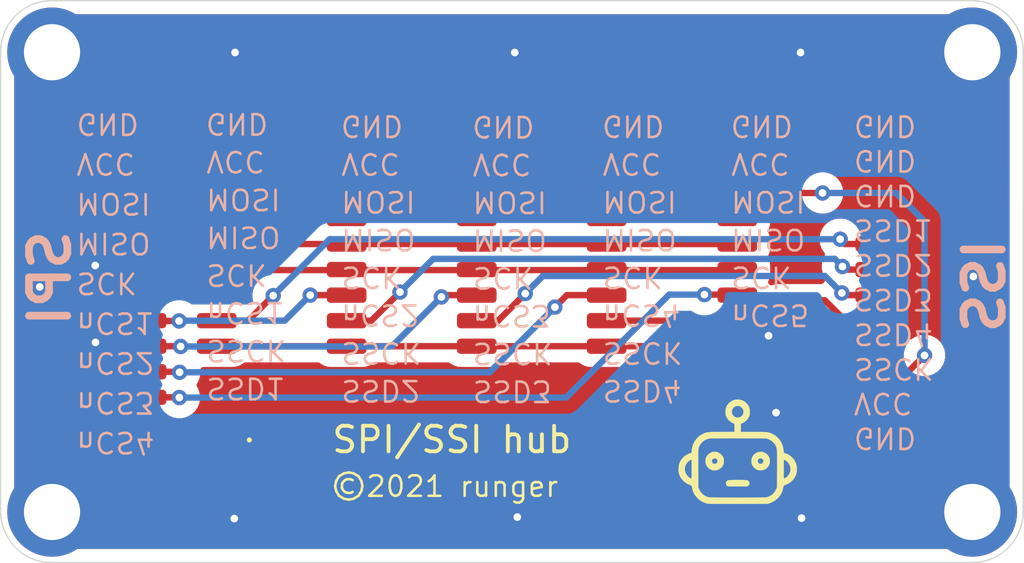
<source format=kicad_pcb>
(kicad_pcb (version 20171130) (host pcbnew "(5.1.6-0-10_14)")

  (general
    (thickness 1.6)
    (drawings 71)
    (tracks 107)
    (zones 0)
    (modules 14)
    (nets 17)
  )

  (page A4)
  (layers
    (0 F.Cu signal)
    (31 B.Cu signal)
    (32 B.Adhes user)
    (33 F.Adhes user)
    (34 B.Paste user)
    (35 F.Paste user)
    (36 B.SilkS user)
    (37 F.SilkS user)
    (38 B.Mask user)
    (39 F.Mask user)
    (40 Dwgs.User user hide)
    (41 Cmts.User user hide)
    (42 Eco1.User user hide)
    (43 Eco2.User user hide)
    (44 Edge.Cuts user)
    (45 Margin user hide)
    (46 B.CrtYd user)
    (47 F.CrtYd user)
    (48 B.Fab user hide)
    (49 F.Fab user hide)
  )

  (setup
    (last_trace_width 0.25)
    (user_trace_width 0.25)
    (user_trace_width 0.3)
    (trace_clearance 0.2)
    (zone_clearance 0.508)
    (zone_45_only no)
    (trace_min 0.2)
    (via_size 0.8)
    (via_drill 0.4)
    (via_min_size 0.4)
    (via_min_drill 0.3)
    (user_via 0.6 0.3)
    (uvia_size 0.3)
    (uvia_drill 0.1)
    (uvias_allowed no)
    (uvia_min_size 0.2)
    (uvia_min_drill 0.1)
    (edge_width 0.05)
    (segment_width 0.2)
    (pcb_text_width 0.3)
    (pcb_text_size 1.5 1.5)
    (mod_edge_width 0.12)
    (mod_text_size 1 1)
    (mod_text_width 0.15)
    (pad_size 1.524 1.524)
    (pad_drill 0.762)
    (pad_to_mask_clearance 0.05)
    (aux_axis_origin 49.99 39.98)
    (grid_origin 49.99 39.98)
    (visible_elements FFFFFF7F)
    (pcbplotparams
      (layerselection 0x010fc_ffffffff)
      (usegerberextensions false)
      (usegerberattributes true)
      (usegerberadvancedattributes true)
      (creategerberjobfile true)
      (excludeedgelayer true)
      (linewidth 0.100000)
      (plotframeref false)
      (viasonmask false)
      (mode 1)
      (useauxorigin false)
      (hpglpennumber 1)
      (hpglpenspeed 20)
      (hpglpendiameter 15.000000)
      (psnegative false)
      (psa4output false)
      (plotreference true)
      (plotvalue true)
      (plotinvisibletext false)
      (padsonsilk false)
      (subtractmaskfromsilk false)
      (outputformat 1)
      (mirror false)
      (drillshape 1)
      (scaleselection 1)
      (outputdirectory ""))
  )

  (net 0 "")
  (net 1 VCC)
  (net 2 "Net-(D1-Pad1)")
  (net 3 GND)
  (net 4 nCS5)
  (net 5 nCS4)
  (net 6 nCS3)
  (net 7 nCS2)
  (net 8 nCS1)
  (net 9 SCK)
  (net 10 MISO)
  (net 11 MOSI)
  (net 12 SSD4)
  (net 13 SSD3)
  (net 14 SSD2)
  (net 15 SSD1)
  (net 16 SSCK)

  (net_class Default "This is the default net class."
    (clearance 0.2)
    (trace_width 0.25)
    (via_dia 0.8)
    (via_drill 0.4)
    (uvia_dia 0.3)
    (uvia_drill 0.1)
    (add_net GND)
    (add_net MISO)
    (add_net MOSI)
    (add_net "Net-(D1-Pad1)")
    (add_net SCK)
    (add_net SSCK)
    (add_net SSD1)
    (add_net SSD2)
    (add_net SSD3)
    (add_net SSD4)
    (add_net VCC)
    (add_net nCS1)
    (add_net nCS2)
    (add_net nCS3)
    (add_net nCS4)
    (add_net nCS5)
  )

  (module Connector_JST:JST_SH_SM10B-SRSS-TB_1x10-1MP_P1.00mm_Horizontal (layer F.Cu) (tedit 6078CBBC) (tstamp 60790757)
    (at 86.2 51.01 90)
    (descr "JST SH series connector, SM10B-SRSS-TB (http://www.jst-mfg.com/product/pdf/eng/eSH.pdf), generated with kicad-footprint-generator")
    (tags "connector JST SH top entry")
    (path /6079DAE1)
    (attr smd)
    (fp_text reference J2 (at 0 -3.98 90) (layer F.Fab)
      (effects (font (size 1 1) (thickness 0.15)))
    )
    (fp_text value Conn_01x10_MountingPin (at 0 3.98 90) (layer F.Fab)
      (effects (font (size 1 1) (thickness 0.15)))
    )
    (fp_text user %R (at 0 0 90) (layer F.Fab)
      (effects (font (size 1 1) (thickness 0.15)))
    )
    (fp_line (start -6 -1.675) (end 6 -1.675) (layer F.Fab) (width 0.1))
    (fp_line (start -6 2.575) (end 6 2.575) (layer F.Fab) (width 0.1))
    (fp_line (start -6 -1.675) (end -6 2.575) (layer F.Fab) (width 0.1))
    (fp_line (start 6 -1.675) (end 6 2.575) (layer F.Fab) (width 0.1))
    (fp_line (start -6.9 -3.28) (end -6.9 3.28) (layer F.CrtYd) (width 0.05))
    (fp_line (start -6.9 3.28) (end 6.9 3.28) (layer F.CrtYd) (width 0.05))
    (fp_line (start 6.9 3.28) (end 6.9 -3.28) (layer F.CrtYd) (width 0.05))
    (fp_line (start 6.9 -3.28) (end -6.9 -3.28) (layer F.CrtYd) (width 0.05))
    (fp_line (start -5 -1.675) (end -4.5 -0.967893) (layer F.Fab) (width 0.1))
    (fp_line (start -4.5 -0.967893) (end -4 -1.675) (layer F.Fab) (width 0.1))
    (pad MP smd roundrect (at 5.8 1.875 90) (size 1.2 1.8) (layers F.Cu F.Paste F.Mask) (roundrect_rratio 0.208333)
      (net 3 GND))
    (pad MP smd roundrect (at -5.8 1.875 90) (size 1.2 1.8) (layers F.Cu F.Paste F.Mask) (roundrect_rratio 0.208333)
      (net 3 GND))
    (pad 10 smd roundrect (at 4.5 -2 90) (size 0.6 1.55) (layers F.Cu F.Paste F.Mask) (roundrect_rratio 0.25)
      (net 3 GND))
    (pad 9 smd roundrect (at 3.5 -2 90) (size 0.6 1.55) (layers F.Cu F.Paste F.Mask) (roundrect_rratio 0.25)
      (net 3 GND))
    (pad 8 smd roundrect (at 2.5 -2 90) (size 0.6 1.55) (layers F.Cu F.Paste F.Mask) (roundrect_rratio 0.25)
      (net 3 GND))
    (pad 7 smd roundrect (at 1.5 -2 90) (size 0.6 1.55) (layers F.Cu F.Paste F.Mask) (roundrect_rratio 0.25)
      (net 15 SSD1))
    (pad 6 smd roundrect (at 0.5 -2 90) (size 0.6 1.55) (layers F.Cu F.Paste F.Mask) (roundrect_rratio 0.25)
      (net 14 SSD2))
    (pad 5 smd roundrect (at -0.5 -2 90) (size 0.6 1.55) (layers F.Cu F.Paste F.Mask) (roundrect_rratio 0.25)
      (net 13 SSD3))
    (pad 4 smd roundrect (at -1.5 -2 90) (size 0.6 1.55) (layers F.Cu F.Paste F.Mask) (roundrect_rratio 0.25)
      (net 12 SSD4))
    (pad 3 smd roundrect (at -2.5 -2 90) (size 0.6 1.55) (layers F.Cu F.Paste F.Mask) (roundrect_rratio 0.25)
      (net 16 SSCK))
    (pad 2 smd roundrect (at -3.5 -2 90) (size 0.6 1.55) (layers F.Cu F.Paste F.Mask) (roundrect_rratio 0.25)
      (net 1 VCC))
    (pad 1 smd roundrect (at -4.5 -2 90) (size 0.6 1.55) (layers F.Cu F.Paste F.Mask) (roundrect_rratio 0.25)
      (net 3 GND))
    (model ${KISYS3DMOD}/Connector_JST.3dshapes/JST_SH_SM10B-SRSS-TB_1x10-1MP_P1.00mm_Horizontal.wrl
      (at (xyz 0 0 0))
      (scale (xyz 1 1 1))
      (rotate (xyz 0 0 0))
    )
  )

  (module Connector_JST:JST_SH_BM06B-SRSS-TB_1x06-1MP_P1.00mm_Vertical (layer F.Cu) (tedit 6078CBAB) (tstamp 60790888)
    (at 80.13 49.01 270)
    (descr "JST SH series connector, BM06B-SRSS-TB (http://www.jst-mfg.com/product/pdf/eng/eSH.pdf), generated with kicad-footprint-generator")
    (tags "connector JST SH side entry")
    (path /607B339E)
    (attr smd)
    (fp_text reference J7 (at 0 -3.3 270) (layer F.Fab)
      (effects (font (size 1 1) (thickness 0.15)))
    )
    (fp_text value Conn_01x06_MountingPin (at 0 3.3 270) (layer F.Fab)
      (effects (font (size 1 1) (thickness 0.15)))
    )
    (fp_text user %R (at 0 -0.25 270) (layer F.Fab)
      (effects (font (size 1 1) (thickness 0.15)))
    )
    (fp_line (start -4 1) (end 4 1) (layer F.Fab) (width 0.1))
    (fp_line (start -4 -1.9) (end 4 -1.9) (layer F.Fab) (width 0.1))
    (fp_line (start -4 1) (end -4 -1.9) (layer F.Fab) (width 0.1))
    (fp_line (start 4 1) (end 4 -1.9) (layer F.Fab) (width 0.1))
    (fp_line (start -2.65 -1.55) (end -2.65 -0.95) (layer F.Fab) (width 0.1))
    (fp_line (start -2.65 -0.95) (end -2.35 -0.95) (layer F.Fab) (width 0.1))
    (fp_line (start -2.35 -0.95) (end -2.35 -1.55) (layer F.Fab) (width 0.1))
    (fp_line (start -2.35 -1.55) (end -2.65 -1.55) (layer F.Fab) (width 0.1))
    (fp_line (start -1.65 -1.55) (end -1.65 -0.95) (layer F.Fab) (width 0.1))
    (fp_line (start -1.65 -0.95) (end -1.35 -0.95) (layer F.Fab) (width 0.1))
    (fp_line (start -1.35 -0.95) (end -1.35 -1.55) (layer F.Fab) (width 0.1))
    (fp_line (start -1.35 -1.55) (end -1.65 -1.55) (layer F.Fab) (width 0.1))
    (fp_line (start -0.65 -1.55) (end -0.65 -0.95) (layer F.Fab) (width 0.1))
    (fp_line (start -0.65 -0.95) (end -0.35 -0.95) (layer F.Fab) (width 0.1))
    (fp_line (start -0.35 -0.95) (end -0.35 -1.55) (layer F.Fab) (width 0.1))
    (fp_line (start -0.35 -1.55) (end -0.65 -1.55) (layer F.Fab) (width 0.1))
    (fp_line (start 0.35 -1.55) (end 0.35 -0.95) (layer F.Fab) (width 0.1))
    (fp_line (start 0.35 -0.95) (end 0.65 -0.95) (layer F.Fab) (width 0.1))
    (fp_line (start 0.65 -0.95) (end 0.65 -1.55) (layer F.Fab) (width 0.1))
    (fp_line (start 0.65 -1.55) (end 0.35 -1.55) (layer F.Fab) (width 0.1))
    (fp_line (start 1.35 -1.55) (end 1.35 -0.95) (layer F.Fab) (width 0.1))
    (fp_line (start 1.35 -0.95) (end 1.65 -0.95) (layer F.Fab) (width 0.1))
    (fp_line (start 1.65 -0.95) (end 1.65 -1.55) (layer F.Fab) (width 0.1))
    (fp_line (start 1.65 -1.55) (end 1.35 -1.55) (layer F.Fab) (width 0.1))
    (fp_line (start 2.35 -1.55) (end 2.35 -0.95) (layer F.Fab) (width 0.1))
    (fp_line (start 2.35 -0.95) (end 2.65 -0.95) (layer F.Fab) (width 0.1))
    (fp_line (start 2.65 -0.95) (end 2.65 -1.55) (layer F.Fab) (width 0.1))
    (fp_line (start 2.65 -1.55) (end 2.35 -1.55) (layer F.Fab) (width 0.1))
    (fp_line (start -4.9 -2.6) (end -4.9 2.6) (layer F.CrtYd) (width 0.05))
    (fp_line (start -4.9 2.6) (end 4.9 2.6) (layer F.CrtYd) (width 0.05))
    (fp_line (start 4.9 2.6) (end 4.9 -2.6) (layer F.CrtYd) (width 0.05))
    (fp_line (start 4.9 -2.6) (end -4.9 -2.6) (layer F.CrtYd) (width 0.05))
    (fp_line (start -3 1) (end -2.5 0.292893) (layer F.Fab) (width 0.1))
    (fp_line (start -2.5 0.292893) (end -2 1) (layer F.Fab) (width 0.1))
    (pad MP smd roundrect (at 3.8 -1.2 270) (size 1.2 1.8) (layers F.Cu F.Paste F.Mask) (roundrect_rratio 0.208333)
      (net 3 GND))
    (pad MP smd roundrect (at -3.8 -1.2 270) (size 1.2 1.8) (layers F.Cu F.Paste F.Mask) (roundrect_rratio 0.208333)
      (net 3 GND))
    (pad 6 smd roundrect (at 2.5 1.325 270) (size 0.6 1.55) (layers F.Cu F.Paste F.Mask) (roundrect_rratio 0.25)
      (net 4 nCS5))
    (pad 5 smd roundrect (at 1.5 1.325 270) (size 0.6 1.55) (layers F.Cu F.Paste F.Mask) (roundrect_rratio 0.25)
      (net 9 SCK))
    (pad 4 smd roundrect (at 0.5 1.325 270) (size 0.6 1.55) (layers F.Cu F.Paste F.Mask) (roundrect_rratio 0.25)
      (net 10 MISO))
    (pad 3 smd roundrect (at -0.5 1.325 270) (size 0.6 1.55) (layers F.Cu F.Paste F.Mask) (roundrect_rratio 0.25)
      (net 11 MOSI))
    (pad 2 smd roundrect (at -1.5 1.325 270) (size 0.6 1.55) (layers F.Cu F.Paste F.Mask) (roundrect_rratio 0.25)
      (net 1 VCC))
    (pad 1 smd roundrect (at -2.5 1.325 270) (size 0.6 1.55) (layers F.Cu F.Paste F.Mask) (roundrect_rratio 0.25)
      (net 3 GND))
    (model ${KISYS3DMOD}/Connector_JST.3dshapes/JST_SH_BM06B-SRSS-TB_1x06-1MP_P1.00mm_Vertical.wrl
      (at (xyz 0 0 0))
      (scale (xyz 1 1 1))
      (rotate (xyz 0 0 0))
    )
  )

  (module Connector_JST:JST_SH_BM08B-SRSS-TB_1x08-1MP_P1.00mm_Vertical (layer F.Cu) (tedit 6078CB9B) (tstamp 60790853)
    (at 75.02 50.01 270)
    (descr "JST SH series connector, BM08B-SRSS-TB (http://www.jst-mfg.com/product/pdf/eng/eSH.pdf), generated with kicad-footprint-generator")
    (tags "connector JST SH side entry")
    (path /607BA29E)
    (attr smd)
    (fp_text reference J6 (at 0 -3.3 270) (layer F.Fab)
      (effects (font (size 1 1) (thickness 0.15)))
    )
    (fp_text value Conn_01x08_MountingPin (at 0 3.3 270) (layer F.Fab)
      (effects (font (size 1 1) (thickness 0.15)))
    )
    (fp_text user %R (at 0 -0.25 270) (layer F.Fab)
      (effects (font (size 1 1) (thickness 0.15)))
    )
    (fp_line (start -5 1) (end 5 1) (layer F.Fab) (width 0.1))
    (fp_line (start -5 -1.9) (end 5 -1.9) (layer F.Fab) (width 0.1))
    (fp_line (start -5 1) (end -5 -1.9) (layer F.Fab) (width 0.1))
    (fp_line (start 5 1) (end 5 -1.9) (layer F.Fab) (width 0.1))
    (fp_line (start -3.65 -1.55) (end -3.65 -0.95) (layer F.Fab) (width 0.1))
    (fp_line (start -3.65 -0.95) (end -3.35 -0.95) (layer F.Fab) (width 0.1))
    (fp_line (start -3.35 -0.95) (end -3.35 -1.55) (layer F.Fab) (width 0.1))
    (fp_line (start -3.35 -1.55) (end -3.65 -1.55) (layer F.Fab) (width 0.1))
    (fp_line (start -2.65 -1.55) (end -2.65 -0.95) (layer F.Fab) (width 0.1))
    (fp_line (start -2.65 -0.95) (end -2.35 -0.95) (layer F.Fab) (width 0.1))
    (fp_line (start -2.35 -0.95) (end -2.35 -1.55) (layer F.Fab) (width 0.1))
    (fp_line (start -2.35 -1.55) (end -2.65 -1.55) (layer F.Fab) (width 0.1))
    (fp_line (start -1.65 -1.55) (end -1.65 -0.95) (layer F.Fab) (width 0.1))
    (fp_line (start -1.65 -0.95) (end -1.35 -0.95) (layer F.Fab) (width 0.1))
    (fp_line (start -1.35 -0.95) (end -1.35 -1.55) (layer F.Fab) (width 0.1))
    (fp_line (start -1.35 -1.55) (end -1.65 -1.55) (layer F.Fab) (width 0.1))
    (fp_line (start -0.65 -1.55) (end -0.65 -0.95) (layer F.Fab) (width 0.1))
    (fp_line (start -0.65 -0.95) (end -0.35 -0.95) (layer F.Fab) (width 0.1))
    (fp_line (start -0.35 -0.95) (end -0.35 -1.55) (layer F.Fab) (width 0.1))
    (fp_line (start -0.35 -1.55) (end -0.65 -1.55) (layer F.Fab) (width 0.1))
    (fp_line (start 0.35 -1.55) (end 0.35 -0.95) (layer F.Fab) (width 0.1))
    (fp_line (start 0.35 -0.95) (end 0.65 -0.95) (layer F.Fab) (width 0.1))
    (fp_line (start 0.65 -0.95) (end 0.65 -1.55) (layer F.Fab) (width 0.1))
    (fp_line (start 0.65 -1.55) (end 0.35 -1.55) (layer F.Fab) (width 0.1))
    (fp_line (start 1.35 -1.55) (end 1.35 -0.95) (layer F.Fab) (width 0.1))
    (fp_line (start 1.35 -0.95) (end 1.65 -0.95) (layer F.Fab) (width 0.1))
    (fp_line (start 1.65 -0.95) (end 1.65 -1.55) (layer F.Fab) (width 0.1))
    (fp_line (start 1.65 -1.55) (end 1.35 -1.55) (layer F.Fab) (width 0.1))
    (fp_line (start 2.35 -1.55) (end 2.35 -0.95) (layer F.Fab) (width 0.1))
    (fp_line (start 2.35 -0.95) (end 2.65 -0.95) (layer F.Fab) (width 0.1))
    (fp_line (start 2.65 -0.95) (end 2.65 -1.55) (layer F.Fab) (width 0.1))
    (fp_line (start 2.65 -1.55) (end 2.35 -1.55) (layer F.Fab) (width 0.1))
    (fp_line (start 3.35 -1.55) (end 3.35 -0.95) (layer F.Fab) (width 0.1))
    (fp_line (start 3.35 -0.95) (end 3.65 -0.95) (layer F.Fab) (width 0.1))
    (fp_line (start 3.65 -0.95) (end 3.65 -1.55) (layer F.Fab) (width 0.1))
    (fp_line (start 3.65 -1.55) (end 3.35 -1.55) (layer F.Fab) (width 0.1))
    (fp_line (start -5.9 -2.6) (end -5.9 2.6) (layer F.CrtYd) (width 0.05))
    (fp_line (start -5.9 2.6) (end 5.9 2.6) (layer F.CrtYd) (width 0.05))
    (fp_line (start 5.9 2.6) (end 5.9 -2.6) (layer F.CrtYd) (width 0.05))
    (fp_line (start 5.9 -2.6) (end -5.9 -2.6) (layer F.CrtYd) (width 0.05))
    (fp_line (start -4 1) (end -3.5 0.292893) (layer F.Fab) (width 0.1))
    (fp_line (start -3.5 0.292893) (end -3 1) (layer F.Fab) (width 0.1))
    (pad MP smd roundrect (at 4.8 -1.2 270) (size 1.2 1.8) (layers F.Cu F.Paste F.Mask) (roundrect_rratio 0.208333)
      (net 3 GND))
    (pad MP smd roundrect (at -4.8 -1.2 270) (size 1.2 1.8) (layers F.Cu F.Paste F.Mask) (roundrect_rratio 0.208333)
      (net 3 GND))
    (pad 8 smd roundrect (at 3.5 1.325 270) (size 0.6 1.55) (layers F.Cu F.Paste F.Mask) (roundrect_rratio 0.25)
      (net 16 SSCK))
    (pad 7 smd roundrect (at 2.5 1.325 270) (size 0.6 1.55) (layers F.Cu F.Paste F.Mask) (roundrect_rratio 0.25)
      (net 12 SSD4))
    (pad 6 smd roundrect (at 1.5 1.325 270) (size 0.6 1.55) (layers F.Cu F.Paste F.Mask) (roundrect_rratio 0.25)
      (net 5 nCS4))
    (pad 5 smd roundrect (at 0.5 1.325 270) (size 0.6 1.55) (layers F.Cu F.Paste F.Mask) (roundrect_rratio 0.25)
      (net 9 SCK))
    (pad 4 smd roundrect (at -0.5 1.325 270) (size 0.6 1.55) (layers F.Cu F.Paste F.Mask) (roundrect_rratio 0.25)
      (net 10 MISO))
    (pad 3 smd roundrect (at -1.5 1.325 270) (size 0.6 1.55) (layers F.Cu F.Paste F.Mask) (roundrect_rratio 0.25)
      (net 11 MOSI))
    (pad 2 smd roundrect (at -2.5 1.325 270) (size 0.6 1.55) (layers F.Cu F.Paste F.Mask) (roundrect_rratio 0.25)
      (net 1 VCC))
    (pad 1 smd roundrect (at -3.5 1.325 270) (size 0.6 1.55) (layers F.Cu F.Paste F.Mask) (roundrect_rratio 0.25)
      (net 3 GND))
    (model ${KISYS3DMOD}/Connector_JST.3dshapes/JST_SH_BM08B-SRSS-TB_1x08-1MP_P1.00mm_Vertical.wrl
      (at (xyz 0 0 0))
      (scale (xyz 1 1 1))
      (rotate (xyz 0 0 0))
    )
  )

  (module Connector_JST:JST_SH_BM08B-SRSS-TB_1x08-1MP_P1.00mm_Vertical (layer F.Cu) (tedit 6078CB88) (tstamp 60790814)
    (at 69.94 50.01 270)
    (descr "JST SH series connector, BM08B-SRSS-TB (http://www.jst-mfg.com/product/pdf/eng/eSH.pdf), generated with kicad-footprint-generator")
    (tags "connector JST SH side entry")
    (path /607BA26E)
    (attr smd)
    (fp_text reference J5 (at 0 -3.3 270) (layer F.Fab)
      (effects (font (size 1 1) (thickness 0.15)))
    )
    (fp_text value Conn_01x08_MountingPin (at 0 3.3 270) (layer F.Fab)
      (effects (font (size 1 1) (thickness 0.15)))
    )
    (fp_text user %R (at 0 -0.25 270) (layer F.Fab)
      (effects (font (size 1 1) (thickness 0.15)))
    )
    (fp_line (start -5 1) (end 5 1) (layer F.Fab) (width 0.1))
    (fp_line (start -5 -1.9) (end 5 -1.9) (layer F.Fab) (width 0.1))
    (fp_line (start -5 1) (end -5 -1.9) (layer F.Fab) (width 0.1))
    (fp_line (start 5 1) (end 5 -1.9) (layer F.Fab) (width 0.1))
    (fp_line (start -3.65 -1.55) (end -3.65 -0.95) (layer F.Fab) (width 0.1))
    (fp_line (start -3.65 -0.95) (end -3.35 -0.95) (layer F.Fab) (width 0.1))
    (fp_line (start -3.35 -0.95) (end -3.35 -1.55) (layer F.Fab) (width 0.1))
    (fp_line (start -3.35 -1.55) (end -3.65 -1.55) (layer F.Fab) (width 0.1))
    (fp_line (start -2.65 -1.55) (end -2.65 -0.95) (layer F.Fab) (width 0.1))
    (fp_line (start -2.65 -0.95) (end -2.35 -0.95) (layer F.Fab) (width 0.1))
    (fp_line (start -2.35 -0.95) (end -2.35 -1.55) (layer F.Fab) (width 0.1))
    (fp_line (start -2.35 -1.55) (end -2.65 -1.55) (layer F.Fab) (width 0.1))
    (fp_line (start -1.65 -1.55) (end -1.65 -0.95) (layer F.Fab) (width 0.1))
    (fp_line (start -1.65 -0.95) (end -1.35 -0.95) (layer F.Fab) (width 0.1))
    (fp_line (start -1.35 -0.95) (end -1.35 -1.55) (layer F.Fab) (width 0.1))
    (fp_line (start -1.35 -1.55) (end -1.65 -1.55) (layer F.Fab) (width 0.1))
    (fp_line (start -0.65 -1.55) (end -0.65 -0.95) (layer F.Fab) (width 0.1))
    (fp_line (start -0.65 -0.95) (end -0.35 -0.95) (layer F.Fab) (width 0.1))
    (fp_line (start -0.35 -0.95) (end -0.35 -1.55) (layer F.Fab) (width 0.1))
    (fp_line (start -0.35 -1.55) (end -0.65 -1.55) (layer F.Fab) (width 0.1))
    (fp_line (start 0.35 -1.55) (end 0.35 -0.95) (layer F.Fab) (width 0.1))
    (fp_line (start 0.35 -0.95) (end 0.65 -0.95) (layer F.Fab) (width 0.1))
    (fp_line (start 0.65 -0.95) (end 0.65 -1.55) (layer F.Fab) (width 0.1))
    (fp_line (start 0.65 -1.55) (end 0.35 -1.55) (layer F.Fab) (width 0.1))
    (fp_line (start 1.35 -1.55) (end 1.35 -0.95) (layer F.Fab) (width 0.1))
    (fp_line (start 1.35 -0.95) (end 1.65 -0.95) (layer F.Fab) (width 0.1))
    (fp_line (start 1.65 -0.95) (end 1.65 -1.55) (layer F.Fab) (width 0.1))
    (fp_line (start 1.65 -1.55) (end 1.35 -1.55) (layer F.Fab) (width 0.1))
    (fp_line (start 2.35 -1.55) (end 2.35 -0.95) (layer F.Fab) (width 0.1))
    (fp_line (start 2.35 -0.95) (end 2.65 -0.95) (layer F.Fab) (width 0.1))
    (fp_line (start 2.65 -0.95) (end 2.65 -1.55) (layer F.Fab) (width 0.1))
    (fp_line (start 2.65 -1.55) (end 2.35 -1.55) (layer F.Fab) (width 0.1))
    (fp_line (start 3.35 -1.55) (end 3.35 -0.95) (layer F.Fab) (width 0.1))
    (fp_line (start 3.35 -0.95) (end 3.65 -0.95) (layer F.Fab) (width 0.1))
    (fp_line (start 3.65 -0.95) (end 3.65 -1.55) (layer F.Fab) (width 0.1))
    (fp_line (start 3.65 -1.55) (end 3.35 -1.55) (layer F.Fab) (width 0.1))
    (fp_line (start -5.9 -2.6) (end -5.9 2.6) (layer F.CrtYd) (width 0.05))
    (fp_line (start -5.9 2.6) (end 5.9 2.6) (layer F.CrtYd) (width 0.05))
    (fp_line (start 5.9 2.6) (end 5.9 -2.6) (layer F.CrtYd) (width 0.05))
    (fp_line (start 5.9 -2.6) (end -5.9 -2.6) (layer F.CrtYd) (width 0.05))
    (fp_line (start -4 1) (end -3.5 0.292893) (layer F.Fab) (width 0.1))
    (fp_line (start -3.5 0.292893) (end -3 1) (layer F.Fab) (width 0.1))
    (pad MP smd roundrect (at 4.8 -1.2 270) (size 1.2 1.8) (layers F.Cu F.Paste F.Mask) (roundrect_rratio 0.208333)
      (net 3 GND))
    (pad MP smd roundrect (at -4.8 -1.2 270) (size 1.2 1.8) (layers F.Cu F.Paste F.Mask) (roundrect_rratio 0.208333)
      (net 3 GND))
    (pad 8 smd roundrect (at 3.5 1.325 270) (size 0.6 1.55) (layers F.Cu F.Paste F.Mask) (roundrect_rratio 0.25)
      (net 16 SSCK))
    (pad 7 smd roundrect (at 2.5 1.325 270) (size 0.6 1.55) (layers F.Cu F.Paste F.Mask) (roundrect_rratio 0.25)
      (net 13 SSD3))
    (pad 6 smd roundrect (at 1.5 1.325 270) (size 0.6 1.55) (layers F.Cu F.Paste F.Mask) (roundrect_rratio 0.25)
      (net 6 nCS3))
    (pad 5 smd roundrect (at 0.5 1.325 270) (size 0.6 1.55) (layers F.Cu F.Paste F.Mask) (roundrect_rratio 0.25)
      (net 9 SCK))
    (pad 4 smd roundrect (at -0.5 1.325 270) (size 0.6 1.55) (layers F.Cu F.Paste F.Mask) (roundrect_rratio 0.25)
      (net 10 MISO))
    (pad 3 smd roundrect (at -1.5 1.325 270) (size 0.6 1.55) (layers F.Cu F.Paste F.Mask) (roundrect_rratio 0.25)
      (net 11 MOSI))
    (pad 2 smd roundrect (at -2.5 1.325 270) (size 0.6 1.55) (layers F.Cu F.Paste F.Mask) (roundrect_rratio 0.25)
      (net 1 VCC))
    (pad 1 smd roundrect (at -3.5 1.325 270) (size 0.6 1.55) (layers F.Cu F.Paste F.Mask) (roundrect_rratio 0.25)
      (net 3 GND))
    (model ${KISYS3DMOD}/Connector_JST.3dshapes/JST_SH_BM08B-SRSS-TB_1x08-1MP_P1.00mm_Vertical.wrl
      (at (xyz 0 0 0))
      (scale (xyz 1 1 1))
      (rotate (xyz 0 0 0))
    )
  )

  (module Connector_JST:JST_SH_BM08B-SRSS-TB_1x08-1MP_P1.00mm_Vertical (layer F.Cu) (tedit 6078CB74) (tstamp 607907D5)
    (at 64.85 50.01 270)
    (descr "JST SH series connector, BM08B-SRSS-TB (http://www.jst-mfg.com/product/pdf/eng/eSH.pdf), generated with kicad-footprint-generator")
    (tags "connector JST SH side entry")
    (path /607B7EA7)
    (attr smd)
    (fp_text reference J4 (at 0 -3.3 270) (layer F.Fab)
      (effects (font (size 1 1) (thickness 0.15)))
    )
    (fp_text value Conn_01x08_MountingPin (at 0 3.3 270) (layer F.Fab)
      (effects (font (size 1 1) (thickness 0.15)))
    )
    (fp_text user %R (at 0 -0.25 270) (layer F.Fab)
      (effects (font (size 1 1) (thickness 0.15)))
    )
    (fp_line (start -5 1) (end 5 1) (layer F.Fab) (width 0.1))
    (fp_line (start -5 -1.9) (end 5 -1.9) (layer F.Fab) (width 0.1))
    (fp_line (start -5 1) (end -5 -1.9) (layer F.Fab) (width 0.1))
    (fp_line (start 5 1) (end 5 -1.9) (layer F.Fab) (width 0.1))
    (fp_line (start -3.65 -1.55) (end -3.65 -0.95) (layer F.Fab) (width 0.1))
    (fp_line (start -3.65 -0.95) (end -3.35 -0.95) (layer F.Fab) (width 0.1))
    (fp_line (start -3.35 -0.95) (end -3.35 -1.55) (layer F.Fab) (width 0.1))
    (fp_line (start -3.35 -1.55) (end -3.65 -1.55) (layer F.Fab) (width 0.1))
    (fp_line (start -2.65 -1.55) (end -2.65 -0.95) (layer F.Fab) (width 0.1))
    (fp_line (start -2.65 -0.95) (end -2.35 -0.95) (layer F.Fab) (width 0.1))
    (fp_line (start -2.35 -0.95) (end -2.35 -1.55) (layer F.Fab) (width 0.1))
    (fp_line (start -2.35 -1.55) (end -2.65 -1.55) (layer F.Fab) (width 0.1))
    (fp_line (start -1.65 -1.55) (end -1.65 -0.95) (layer F.Fab) (width 0.1))
    (fp_line (start -1.65 -0.95) (end -1.35 -0.95) (layer F.Fab) (width 0.1))
    (fp_line (start -1.35 -0.95) (end -1.35 -1.55) (layer F.Fab) (width 0.1))
    (fp_line (start -1.35 -1.55) (end -1.65 -1.55) (layer F.Fab) (width 0.1))
    (fp_line (start -0.65 -1.55) (end -0.65 -0.95) (layer F.Fab) (width 0.1))
    (fp_line (start -0.65 -0.95) (end -0.35 -0.95) (layer F.Fab) (width 0.1))
    (fp_line (start -0.35 -0.95) (end -0.35 -1.55) (layer F.Fab) (width 0.1))
    (fp_line (start -0.35 -1.55) (end -0.65 -1.55) (layer F.Fab) (width 0.1))
    (fp_line (start 0.35 -1.55) (end 0.35 -0.95) (layer F.Fab) (width 0.1))
    (fp_line (start 0.35 -0.95) (end 0.65 -0.95) (layer F.Fab) (width 0.1))
    (fp_line (start 0.65 -0.95) (end 0.65 -1.55) (layer F.Fab) (width 0.1))
    (fp_line (start 0.65 -1.55) (end 0.35 -1.55) (layer F.Fab) (width 0.1))
    (fp_line (start 1.35 -1.55) (end 1.35 -0.95) (layer F.Fab) (width 0.1))
    (fp_line (start 1.35 -0.95) (end 1.65 -0.95) (layer F.Fab) (width 0.1))
    (fp_line (start 1.65 -0.95) (end 1.65 -1.55) (layer F.Fab) (width 0.1))
    (fp_line (start 1.65 -1.55) (end 1.35 -1.55) (layer F.Fab) (width 0.1))
    (fp_line (start 2.35 -1.55) (end 2.35 -0.95) (layer F.Fab) (width 0.1))
    (fp_line (start 2.35 -0.95) (end 2.65 -0.95) (layer F.Fab) (width 0.1))
    (fp_line (start 2.65 -0.95) (end 2.65 -1.55) (layer F.Fab) (width 0.1))
    (fp_line (start 2.65 -1.55) (end 2.35 -1.55) (layer F.Fab) (width 0.1))
    (fp_line (start 3.35 -1.55) (end 3.35 -0.95) (layer F.Fab) (width 0.1))
    (fp_line (start 3.35 -0.95) (end 3.65 -0.95) (layer F.Fab) (width 0.1))
    (fp_line (start 3.65 -0.95) (end 3.65 -1.55) (layer F.Fab) (width 0.1))
    (fp_line (start 3.65 -1.55) (end 3.35 -1.55) (layer F.Fab) (width 0.1))
    (fp_line (start -5.9 -2.6) (end -5.9 2.6) (layer F.CrtYd) (width 0.05))
    (fp_line (start -5.9 2.6) (end 5.9 2.6) (layer F.CrtYd) (width 0.05))
    (fp_line (start 5.9 2.6) (end 5.9 -2.6) (layer F.CrtYd) (width 0.05))
    (fp_line (start 5.9 -2.6) (end -5.9 -2.6) (layer F.CrtYd) (width 0.05))
    (fp_line (start -4 1) (end -3.5 0.292893) (layer F.Fab) (width 0.1))
    (fp_line (start -3.5 0.292893) (end -3 1) (layer F.Fab) (width 0.1))
    (pad MP smd roundrect (at 4.8 -1.2 270) (size 1.2 1.8) (layers F.Cu F.Paste F.Mask) (roundrect_rratio 0.208333)
      (net 3 GND))
    (pad MP smd roundrect (at -4.8 -1.2 270) (size 1.2 1.8) (layers F.Cu F.Paste F.Mask) (roundrect_rratio 0.208333)
      (net 3 GND))
    (pad 8 smd roundrect (at 3.5 1.325 270) (size 0.6 1.55) (layers F.Cu F.Paste F.Mask) (roundrect_rratio 0.25)
      (net 16 SSCK))
    (pad 7 smd roundrect (at 2.5 1.325 270) (size 0.6 1.55) (layers F.Cu F.Paste F.Mask) (roundrect_rratio 0.25)
      (net 14 SSD2))
    (pad 6 smd roundrect (at 1.5 1.325 270) (size 0.6 1.55) (layers F.Cu F.Paste F.Mask) (roundrect_rratio 0.25)
      (net 7 nCS2))
    (pad 5 smd roundrect (at 0.5 1.325 270) (size 0.6 1.55) (layers F.Cu F.Paste F.Mask) (roundrect_rratio 0.25)
      (net 9 SCK))
    (pad 4 smd roundrect (at -0.5 1.325 270) (size 0.6 1.55) (layers F.Cu F.Paste F.Mask) (roundrect_rratio 0.25)
      (net 10 MISO))
    (pad 3 smd roundrect (at -1.5 1.325 270) (size 0.6 1.55) (layers F.Cu F.Paste F.Mask) (roundrect_rratio 0.25)
      (net 11 MOSI))
    (pad 2 smd roundrect (at -2.5 1.325 270) (size 0.6 1.55) (layers F.Cu F.Paste F.Mask) (roundrect_rratio 0.25)
      (net 1 VCC))
    (pad 1 smd roundrect (at -3.5 1.325 270) (size 0.6 1.55) (layers F.Cu F.Paste F.Mask) (roundrect_rratio 0.25)
      (net 3 GND))
    (model ${KISYS3DMOD}/Connector_JST.3dshapes/JST_SH_BM08B-SRSS-TB_1x08-1MP_P1.00mm_Vertical.wrl
      (at (xyz 0 0 0))
      (scale (xyz 1 1 1))
      (rotate (xyz 0 0 0))
    )
  )

  (module Connector_JST:JST_SH_BM08B-SRSS-TB_1x08-1MP_P1.00mm_Vertical (layer F.Cu) (tedit 6078CB62) (tstamp 60790796)
    (at 59.77 50.01 270)
    (descr "JST SH series connector, BM08B-SRSS-TB (http://www.jst-mfg.com/product/pdf/eng/eSH.pdf), generated with kicad-footprint-generator")
    (tags "connector JST SH side entry")
    (path /6078B790)
    (attr smd)
    (fp_text reference J3 (at 0 -3.3 270) (layer F.Fab)
      (effects (font (size 1 1) (thickness 0.15)))
    )
    (fp_text value Conn_01x08_MountingPin (at 0 3.3 270) (layer F.Fab)
      (effects (font (size 1 1) (thickness 0.15)))
    )
    (fp_text user %R (at 0 -0.25 270) (layer F.Fab)
      (effects (font (size 1 1) (thickness 0.15)))
    )
    (fp_line (start -5 1) (end 5 1) (layer F.Fab) (width 0.1))
    (fp_line (start -5 -1.9) (end 5 -1.9) (layer F.Fab) (width 0.1))
    (fp_line (start -5 1) (end -5 -1.9) (layer F.Fab) (width 0.1))
    (fp_line (start 5 1) (end 5 -1.9) (layer F.Fab) (width 0.1))
    (fp_line (start -3.65 -1.55) (end -3.65 -0.95) (layer F.Fab) (width 0.1))
    (fp_line (start -3.65 -0.95) (end -3.35 -0.95) (layer F.Fab) (width 0.1))
    (fp_line (start -3.35 -0.95) (end -3.35 -1.55) (layer F.Fab) (width 0.1))
    (fp_line (start -3.35 -1.55) (end -3.65 -1.55) (layer F.Fab) (width 0.1))
    (fp_line (start -2.65 -1.55) (end -2.65 -0.95) (layer F.Fab) (width 0.1))
    (fp_line (start -2.65 -0.95) (end -2.35 -0.95) (layer F.Fab) (width 0.1))
    (fp_line (start -2.35 -0.95) (end -2.35 -1.55) (layer F.Fab) (width 0.1))
    (fp_line (start -2.35 -1.55) (end -2.65 -1.55) (layer F.Fab) (width 0.1))
    (fp_line (start -1.65 -1.55) (end -1.65 -0.95) (layer F.Fab) (width 0.1))
    (fp_line (start -1.65 -0.95) (end -1.35 -0.95) (layer F.Fab) (width 0.1))
    (fp_line (start -1.35 -0.95) (end -1.35 -1.55) (layer F.Fab) (width 0.1))
    (fp_line (start -1.35 -1.55) (end -1.65 -1.55) (layer F.Fab) (width 0.1))
    (fp_line (start -0.65 -1.55) (end -0.65 -0.95) (layer F.Fab) (width 0.1))
    (fp_line (start -0.65 -0.95) (end -0.35 -0.95) (layer F.Fab) (width 0.1))
    (fp_line (start -0.35 -0.95) (end -0.35 -1.55) (layer F.Fab) (width 0.1))
    (fp_line (start -0.35 -1.55) (end -0.65 -1.55) (layer F.Fab) (width 0.1))
    (fp_line (start 0.35 -1.55) (end 0.35 -0.95) (layer F.Fab) (width 0.1))
    (fp_line (start 0.35 -0.95) (end 0.65 -0.95) (layer F.Fab) (width 0.1))
    (fp_line (start 0.65 -0.95) (end 0.65 -1.55) (layer F.Fab) (width 0.1))
    (fp_line (start 0.65 -1.55) (end 0.35 -1.55) (layer F.Fab) (width 0.1))
    (fp_line (start 1.35 -1.55) (end 1.35 -0.95) (layer F.Fab) (width 0.1))
    (fp_line (start 1.35 -0.95) (end 1.65 -0.95) (layer F.Fab) (width 0.1))
    (fp_line (start 1.65 -0.95) (end 1.65 -1.55) (layer F.Fab) (width 0.1))
    (fp_line (start 1.65 -1.55) (end 1.35 -1.55) (layer F.Fab) (width 0.1))
    (fp_line (start 2.35 -1.55) (end 2.35 -0.95) (layer F.Fab) (width 0.1))
    (fp_line (start 2.35 -0.95) (end 2.65 -0.95) (layer F.Fab) (width 0.1))
    (fp_line (start 2.65 -0.95) (end 2.65 -1.55) (layer F.Fab) (width 0.1))
    (fp_line (start 2.65 -1.55) (end 2.35 -1.55) (layer F.Fab) (width 0.1))
    (fp_line (start 3.35 -1.55) (end 3.35 -0.95) (layer F.Fab) (width 0.1))
    (fp_line (start 3.35 -0.95) (end 3.65 -0.95) (layer F.Fab) (width 0.1))
    (fp_line (start 3.65 -0.95) (end 3.65 -1.55) (layer F.Fab) (width 0.1))
    (fp_line (start 3.65 -1.55) (end 3.35 -1.55) (layer F.Fab) (width 0.1))
    (fp_line (start -5.9 -2.6) (end -5.9 2.6) (layer F.CrtYd) (width 0.05))
    (fp_line (start -5.9 2.6) (end 5.9 2.6) (layer F.CrtYd) (width 0.05))
    (fp_line (start 5.9 2.6) (end 5.9 -2.6) (layer F.CrtYd) (width 0.05))
    (fp_line (start 5.9 -2.6) (end -5.9 -2.6) (layer F.CrtYd) (width 0.05))
    (fp_line (start -4 1) (end -3.5 0.292893) (layer F.Fab) (width 0.1))
    (fp_line (start -3.5 0.292893) (end -3 1) (layer F.Fab) (width 0.1))
    (pad MP smd roundrect (at 4.8 -1.2 270) (size 1.2 1.8) (layers F.Cu F.Paste F.Mask) (roundrect_rratio 0.208333)
      (net 3 GND))
    (pad MP smd roundrect (at -4.8 -1.2 270) (size 1.2 1.8) (layers F.Cu F.Paste F.Mask) (roundrect_rratio 0.208333)
      (net 3 GND))
    (pad 8 smd roundrect (at 3.5 1.325 270) (size 0.6 1.55) (layers F.Cu F.Paste F.Mask) (roundrect_rratio 0.25)
      (net 16 SSCK))
    (pad 7 smd roundrect (at 2.5 1.325 270) (size 0.6 1.55) (layers F.Cu F.Paste F.Mask) (roundrect_rratio 0.25)
      (net 15 SSD1))
    (pad 6 smd roundrect (at 1.5 1.325 270) (size 0.6 1.55) (layers F.Cu F.Paste F.Mask) (roundrect_rratio 0.25)
      (net 8 nCS1))
    (pad 5 smd roundrect (at 0.5 1.325 270) (size 0.6 1.55) (layers F.Cu F.Paste F.Mask) (roundrect_rratio 0.25)
      (net 9 SCK))
    (pad 4 smd roundrect (at -0.5 1.325 270) (size 0.6 1.55) (layers F.Cu F.Paste F.Mask) (roundrect_rratio 0.25)
      (net 10 MISO))
    (pad 3 smd roundrect (at -1.5 1.325 270) (size 0.6 1.55) (layers F.Cu F.Paste F.Mask) (roundrect_rratio 0.25)
      (net 11 MOSI))
    (pad 2 smd roundrect (at -2.5 1.325 270) (size 0.6 1.55) (layers F.Cu F.Paste F.Mask) (roundrect_rratio 0.25)
      (net 1 VCC))
    (pad 1 smd roundrect (at -3.5 1.325 270) (size 0.6 1.55) (layers F.Cu F.Paste F.Mask) (roundrect_rratio 0.25)
      (net 3 GND))
    (model ${KISYS3DMOD}/Connector_JST.3dshapes/JST_SH_BM08B-SRSS-TB_1x08-1MP_P1.00mm_Vertical.wrl
      (at (xyz 0 0 0))
      (scale (xyz 1 1 1))
      (rotate (xyz 0 0 0))
    )
  )

  (module Connector_JST:JST_SH_SM10B-SRSS-TB_1x10-1MP_P1.00mm_Horizontal (layer F.Cu) (tedit 6078CB43) (tstamp 60790736)
    (at 53.7 51.01 270)
    (descr "JST SH series connector, SM10B-SRSS-TB (http://www.jst-mfg.com/product/pdf/eng/eSH.pdf), generated with kicad-footprint-generator")
    (tags "connector JST SH top entry")
    (path /6078E750)
    (attr smd)
    (fp_text reference J1 (at 0 -3.98 270) (layer F.Fab)
      (effects (font (size 1 1) (thickness 0.15)))
    )
    (fp_text value Conn_01x10_MountingPin (at 0 3.98 270) (layer F.Fab)
      (effects (font (size 1 1) (thickness 0.15)))
    )
    (fp_text user %R (at 0 0 270) (layer F.Fab)
      (effects (font (size 1 1) (thickness 0.15)))
    )
    (fp_line (start -6 -1.675) (end 6 -1.675) (layer F.Fab) (width 0.1))
    (fp_line (start -6 2.575) (end 6 2.575) (layer F.Fab) (width 0.1))
    (fp_line (start -6 -1.675) (end -6 2.575) (layer F.Fab) (width 0.1))
    (fp_line (start 6 -1.675) (end 6 2.575) (layer F.Fab) (width 0.1))
    (fp_line (start -6.9 -3.28) (end -6.9 3.28) (layer F.CrtYd) (width 0.05))
    (fp_line (start -6.9 3.28) (end 6.9 3.28) (layer F.CrtYd) (width 0.05))
    (fp_line (start 6.9 3.28) (end 6.9 -3.28) (layer F.CrtYd) (width 0.05))
    (fp_line (start 6.9 -3.28) (end -6.9 -3.28) (layer F.CrtYd) (width 0.05))
    (fp_line (start -5 -1.675) (end -4.5 -0.967893) (layer F.Fab) (width 0.1))
    (fp_line (start -4.5 -0.967893) (end -4 -1.675) (layer F.Fab) (width 0.1))
    (pad MP smd roundrect (at 5.8 1.875 270) (size 1.2 1.8) (layers F.Cu F.Paste F.Mask) (roundrect_rratio 0.208333)
      (net 3 GND))
    (pad MP smd roundrect (at -5.8 1.875 270) (size 1.2 1.8) (layers F.Cu F.Paste F.Mask) (roundrect_rratio 0.208333)
      (net 3 GND))
    (pad 10 smd roundrect (at 4.5 -2 270) (size 0.6 1.55) (layers F.Cu F.Paste F.Mask) (roundrect_rratio 0.25)
      (net 4 nCS5))
    (pad 9 smd roundrect (at 3.5 -2 270) (size 0.6 1.55) (layers F.Cu F.Paste F.Mask) (roundrect_rratio 0.25)
      (net 5 nCS4))
    (pad 8 smd roundrect (at 2.5 -2 270) (size 0.6 1.55) (layers F.Cu F.Paste F.Mask) (roundrect_rratio 0.25)
      (net 6 nCS3))
    (pad 7 smd roundrect (at 1.5 -2 270) (size 0.6 1.55) (layers F.Cu F.Paste F.Mask) (roundrect_rratio 0.25)
      (net 7 nCS2))
    (pad 6 smd roundrect (at 0.5 -2 270) (size 0.6 1.55) (layers F.Cu F.Paste F.Mask) (roundrect_rratio 0.25)
      (net 8 nCS1))
    (pad 5 smd roundrect (at -0.5 -2 270) (size 0.6 1.55) (layers F.Cu F.Paste F.Mask) (roundrect_rratio 0.25)
      (net 9 SCK))
    (pad 4 smd roundrect (at -1.5 -2 270) (size 0.6 1.55) (layers F.Cu F.Paste F.Mask) (roundrect_rratio 0.25)
      (net 10 MISO))
    (pad 3 smd roundrect (at -2.5 -2 270) (size 0.6 1.55) (layers F.Cu F.Paste F.Mask) (roundrect_rratio 0.25)
      (net 11 MOSI))
    (pad 2 smd roundrect (at -3.5 -2 270) (size 0.6 1.55) (layers F.Cu F.Paste F.Mask) (roundrect_rratio 0.25)
      (net 1 VCC))
    (pad 1 smd roundrect (at -4.5 -2 270) (size 0.6 1.55) (layers F.Cu F.Paste F.Mask) (roundrect_rratio 0.25)
      (net 3 GND))
    (model ${KISYS3DMOD}/Connector_JST.3dshapes/JST_SH_SM10B-SRSS-TB_1x10-1MP_P1.00mm_Horizontal.wrl
      (at (xyz 0 0 0))
      (scale (xyz 1 1 1))
      (rotate (xyz 0 0 0))
    )
  )

  (module runger:Robo_logo2 (layer F.Cu) (tedit 5F7F5560) (tstamp 60795DA2)
    (at 78.82 57.64)
    (fp_text reference G*** (at 0 -3.048) (layer F.Fab) hide
      (effects (font (size 1.524 1.524) (thickness 0.3)))
    )
    (fp_text value LOGO (at 0.254 4.064) (layer F.SilkS) hide
      (effects (font (size 1.524 1.524) (thickness 0.3)))
    )
    (fp_poly (pts (xy 0.097813 -2.033273) (xy 0.186492 -2.006246) (xy 0.268214 -1.96053) (xy 0.34422 -1.895576)
      (xy 0.353277 -1.886187) (xy 0.40812 -1.817965) (xy 0.44613 -1.745631) (xy 0.4685 -1.665749)
      (xy 0.476428 -1.574883) (xy 0.475802 -1.534168) (xy 0.473144 -1.485324) (xy 0.468585 -1.449197)
      (xy 0.460295 -1.418185) (xy 0.446443 -1.384687) (xy 0.433155 -1.3571) (xy 0.38195 -1.273063)
      (xy 0.318455 -1.204615) (xy 0.240771 -1.149882) (xy 0.203514 -1.13056) (xy 0.122471 -1.0922)
      (xy 0.122195 -0.93218) (xy 0.12192 -0.77216) (xy 0.61722 -0.771984) (xy 0.739095 -0.77186)
      (xy 0.842638 -0.771477) (xy 0.929835 -0.770681) (xy 1.002672 -0.769317) (xy 1.063137 -0.767231)
      (xy 1.113215 -0.764267) (xy 1.154894 -0.760272) (xy 1.19016 -0.755089) (xy 1.221001 -0.748566)
      (xy 1.249402 -0.740546) (xy 1.277351 -0.730876) (xy 1.306834 -0.719399) (xy 1.310281 -0.71801)
      (xy 1.397129 -0.677159) (xy 1.47441 -0.627391) (xy 1.549244 -0.563975) (xy 1.565153 -0.54864)
      (xy 1.64756 -0.454337) (xy 1.711593 -0.351364) (xy 1.751969 -0.255855) (xy 1.769983 -0.192551)
      (xy 1.784764 -0.121009) (xy 1.794734 -0.05026) (xy 1.79832 0.009764) (xy 1.799879 0.035382)
      (xy 1.808524 0.047841) (xy 1.830203 0.05427) (xy 1.83642 0.055422) (xy 1.883138 0.069054)
      (xy 1.938766 0.093237) (xy 1.997289 0.12473) (xy 2.052698 0.160289) (xy 2.098981 0.196672)
      (xy 2.100044 0.197632) (xy 2.166196 0.267786) (xy 2.224251 0.349103) (xy 2.269513 0.43461)
      (xy 2.283777 0.47065) (xy 2.302854 0.544344) (xy 2.313502 0.62867) (xy 2.315313 0.715594)
      (xy 2.307882 0.797078) (xy 2.301839 0.82804) (xy 2.267383 0.931737) (xy 2.21538 1.028275)
      (xy 2.148023 1.115306) (xy 2.067506 1.190481) (xy 1.976023 1.251453) (xy 1.875768 1.295873)
      (xy 1.859849 1.301043) (xy 1.828188 1.312774) (xy 1.805002 1.324939) (xy 1.797128 1.332267)
      (xy 1.792292 1.348767) (xy 1.786004 1.37906) (xy 1.779571 1.416808) (xy 1.779154 1.419531)
      (xy 1.752587 1.528373) (xy 1.707662 1.632248) (xy 1.646122 1.729159) (xy 1.569712 1.817109)
      (xy 1.480174 1.8941) (xy 1.379254 1.958136) (xy 1.268694 2.007217) (xy 1.26492 2.008553)
      (xy 1.18364 2.03708) (xy 0.0254 2.038938) (xy -0.160295 2.039194) (xy -0.326694 2.039328)
      (xy -0.474822 2.03933) (xy -0.605704 2.039191) (xy -0.720364 2.0389) (xy -0.819827 2.038449)
      (xy -0.905117 2.037826) (xy -0.977259 2.037023) (xy -1.037276 2.036031) (xy -1.086194 2.034838)
      (xy -1.125037 2.033435) (xy -1.15483 2.031814) (xy -1.176596 2.029963) (xy -1.191361 2.027873)
      (xy -1.1938 2.027374) (xy -1.304486 1.993291) (xy -1.408518 1.942326) (xy -1.503918 1.876537)
      (xy -1.588705 1.797979) (xy -1.660899 1.708708) (xy -1.718521 1.610779) (xy -1.75959 1.50625)
      (xy -1.779155 1.419531) (xy -1.78555 1.381502) (xy -1.79189 1.35049) (xy -1.796869 1.332833)
      (xy -1.797129 1.332267) (xy -1.810012 1.321823) (xy -1.836099 1.309459) (xy -1.85985 1.301043)
      (xy -1.949042 1.26608) (xy -2.030205 1.217852) (xy -2.108185 1.153335) (xy -2.128746 1.13331)
      (xy -2.202097 1.048655) (xy -2.25641 0.959996) (xy -2.292558 0.865054) (xy -2.311415 0.76155)
      (xy -2.313737 0.661106) (xy -2.069701 0.661106) (xy -2.064993 0.741119) (xy -2.064803 0.742151)
      (xy -2.039303 0.831107) (xy -1.998459 0.908416) (xy -1.952029 0.963925) (xy -1.920202 0.991581)
      (xy -1.88405 1.017948) (xy -1.848823 1.039695) (xy -1.819771 1.05349) (xy -1.80594 1.056631)
      (xy -1.804215 1.046846) (xy -1.802626 1.018977) (xy -1.801219 0.975261) (xy -1.80004 0.917932)
      (xy -1.799134 0.849229) (xy -1.798546 0.771386) (xy -1.798321 0.68664) (xy -1.79832 0.68072)
      (xy -1.798462 0.595587) (xy -1.798863 0.517207) (xy -1.799493 0.447814) (xy -1.80032 0.389645)
      (xy -1.800338 0.388824) (xy -1.54274 0.388824) (xy -1.542529 0.535018) (xy -1.542104 0.666108)
      (xy -1.53924 1.397) (xy -1.515308 1.456336) (xy -1.467107 1.550437) (xy -1.404381 1.631517)
      (xy -1.328757 1.698202) (xy -1.241861 1.749117) (xy -1.14532 1.782889) (xy -1.12268 1.787936)
      (xy -1.10573 1.789301) (xy -1.070106 1.790558) (xy -1.017456 1.791708) (xy -0.949427 1.792749)
      (xy -0.867665 1.793681) (xy -0.773818 1.794502) (xy -0.669531 1.795214) (xy -0.556453 1.795814)
      (xy -0.436228 1.796302) (xy -0.310505 1.796677) (xy -0.180931 1.79694) (xy -0.049151 1.797088)
      (xy 0.083187 1.797122) (xy 0.214437 1.797041) (xy 0.342951 1.796844) (xy 0.467084 1.79653)
      (xy 0.585187 1.796099) (xy 0.695615 1.79555) (xy 0.796721 1.794883) (xy 0.886857 1.794096)
      (xy 0.964377 1.793189) (xy 1.027635 1.792162) (xy 1.074983 1.791014) (xy 1.104775 1.789744)
      (xy 1.114014 1.788839) (xy 1.21477 1.759864) (xy 1.305507 1.713636) (xy 1.384854 1.651291)
      (xy 1.451441 1.573965) (xy 1.503899 1.482793) (xy 1.515307 1.456336) (xy 1.53924 1.397)
      (xy 1.542068 0.674918) (xy 1.79832 0.674918) (xy 1.79832 1.058009) (xy 1.82118 1.051365)
      (xy 1.841503 1.042282) (xy 1.871333 1.025356) (xy 1.898977 1.007702) (xy 1.964323 0.952274)
      (xy 2.014104 0.88628) (xy 2.048092 0.812482) (xy 2.06606 0.733646) (xy 2.06778 0.652533)
      (xy 2.053025 0.571909) (xy 2.021565 0.494536) (xy 1.973174 0.423177) (xy 1.949301 0.397211)
      (xy 1.923071 0.374374) (xy 1.890114 0.35027) (xy 1.855868 0.328353) (xy 1.82577 0.312075)
      (xy 1.80526 0.304887) (xy 1.803737 0.3048) (xy 1.802511 0.314587) (xy 1.801383 0.34246)
      (xy 1.800383 0.386185) (xy 1.799545 0.443528) (xy 1.7989 0.512253) (xy 1.798481 0.590128)
      (xy 1.79832 0.674918) (xy 1.542068 0.674918) (xy 1.542103 0.666108) (xy 1.542599 0.497897)
      (xy 1.54269 0.349966) (xy 1.542376 0.22228) (xy 1.541655 0.114804) (xy 1.540528 0.027501)
      (xy 1.538994 -0.039662) (xy 1.537053 -0.086723) (xy 1.534705 -0.113716) (xy 1.534153 -0.116872)
      (xy 1.505381 -0.206853) (xy 1.458852 -0.290619) (xy 1.396771 -0.365731) (xy 1.321347 -0.429749)
      (xy 1.234787 -0.480235) (xy 1.187567 -0.499805) (xy 1.12268 -0.52324) (xy 0.06096 -0.52619)
      (xy -0.121935 -0.526594) (xy -0.291295 -0.526757) (xy -0.446409 -0.526683) (xy -0.586564 -0.526377)
      (xy -0.71105 -0.525842) (xy -0.819155 -0.525084) (xy -0.910166 -0.524108) (xy -0.983372 -0.522917)
      (xy -1.038061 -0.521516) (xy -1.073521 -0.519909) (xy -1.084301 -0.518973) (xy -1.179842 -0.499897)
      (xy -1.264409 -0.466246) (xy -1.342058 -0.415999) (xy -1.405094 -0.359298) (xy -1.448956 -0.305335)
      (xy -1.488414 -0.239423) (xy -1.518989 -0.169931) (xy -1.533737 -0.11888) (xy -1.536183 -0.098098)
      (xy -1.538233 -0.060901) (xy -1.539893 -0.006788) (xy -1.541168 0.06474) (xy -1.542064 0.154185)
      (xy -1.542586 0.262046) (xy -1.54274 0.388824) (xy -1.800338 0.388824) (xy -1.80131 0.344937)
      (xy -1.802432 0.315925) (xy -1.803653 0.304846) (xy -1.803738 0.3048) (xy -1.815097 0.30903)
      (xy -1.838533 0.319909) (xy -1.858339 0.329722) (xy -1.925864 0.37472) (xy -1.982583 0.433994)
      (xy -2.026675 0.503907) (xy -2.056322 0.580823) (xy -2.069701 0.661106) (xy -2.313737 0.661106)
      (xy -2.313989 0.65024) (xy -2.300325 0.536454) (xy -2.269047 0.432407) (xy -2.219626 0.336961)
      (xy -2.151529 0.248981) (xy -2.104251 0.201827) (xy -2.055759 0.162847) (xy -1.998681 0.125465)
      (xy -1.938894 0.092906) (xy -1.882278 0.068396) (xy -1.837853 0.055691) (xy -1.801186 0.049076)
      (xy -1.794474 -0.038236) (xy -1.781416 -0.144723) (xy -1.758995 -0.238269) (xy -1.727587 -0.320816)
      (xy -1.668331 -0.427322) (xy -1.592792 -0.523024) (xy -1.502942 -0.606046) (xy -1.400753 -0.674511)
      (xy -1.310282 -0.71801) (xy -1.280506 -0.729696) (xy -1.252485 -0.739559) (xy -1.224232 -0.747754)
      (xy -1.19376 -0.754436) (xy -1.159082 -0.759759) (xy -1.118211 -0.763878) (xy -1.069161 -0.766948)
      (xy -1.009945 -0.769124) (xy -0.938576 -0.77056) (xy -0.853068 -0.771412) (xy -0.751434 -0.771833)
      (xy -0.631687 -0.771978) (xy -0.61722 -0.771984) (xy -0.12192 -0.77216) (xy -0.122472 -1.0922)
      (xy -0.203515 -1.13056) (xy -0.287715 -1.1801) (xy -0.356929 -1.242569) (xy -0.413057 -1.31984)
      (xy -0.433156 -1.3571) (xy -0.451754 -1.39651) (xy -0.463563 -1.428344) (xy -0.470417 -1.460207)
      (xy -0.474144 -1.499698) (xy -0.475803 -1.534168) (xy -0.47547 -1.54385) (xy -0.232207 -1.54385)
      (xy -0.226704 -1.511201) (xy -0.212015 -1.473437) (xy -0.210775 -1.470716) (xy -0.173627 -1.411857)
      (xy -0.1245 -1.368254) (xy -0.06612 -1.341137) (xy -0.001214 -1.331737) (xy 0.067493 -1.341287)
      (xy 0.072558 -1.342752) (xy 0.124102 -1.367849) (xy 0.170263 -1.408459) (xy 0.20593 -1.459777)
      (xy 0.213119 -1.474894) (xy 0.230063 -1.538334) (xy 0.228163 -1.602024) (xy 0.20856 -1.662537)
      (xy 0.172395 -1.716447) (xy 0.120809 -1.760327) (xy 0.117368 -1.762492) (xy 0.085246 -1.780217)
      (xy 0.056158 -1.789549) (xy 0.020627 -1.792969) (xy 0 -1.79324) (xy -0.041527 -1.791671)
      (xy -0.072343 -1.785309) (xy -0.101926 -1.77167) (xy -0.117369 -1.762492) (xy -0.170455 -1.718251)
      (xy -0.208183 -1.661915) (xy -0.228624 -1.596556) (xy -0.230486 -1.5825) (xy -0.232207 -1.54385)
      (xy -0.47547 -1.54385) (xy -0.472336 -1.634808) (xy -0.452825 -1.724048) (xy -0.416505 -1.803885)
      (xy -0.362609 -1.876319) (xy -0.332953 -1.906526) (xy -0.257649 -1.967521) (xy -0.179661 -2.009557)
      (xy -0.095663 -2.033983) (xy -0.002332 -2.042152) (xy 0.000938 -2.042161) (xy 0.097813 -2.033273)) (layer F.SilkS) (width 0.01))
    (fp_poly (pts (xy 0.109648 1.108074) (xy 0.181977 1.108995) (xy 0.246828 1.110394) (xy 0.301111 1.112273)
      (xy 0.34174 1.11463) (xy 0.365625 1.117466) (xy 0.367646 1.117953) (xy 0.411414 1.139753)
      (xy 0.441917 1.175255) (xy 0.456393 1.220837) (xy 0.4572 1.235368) (xy 0.454299 1.267576)
      (xy 0.442839 1.293313) (xy 0.42243 1.318409) (xy 0.38766 1.35636) (xy 0.01349 1.358862)
      (xy -0.086109 1.359423) (xy -0.167411 1.359599) (xy -0.232438 1.359326) (xy -0.283212 1.35854)
      (xy -0.321753 1.357174) (xy -0.350083 1.355164) (xy -0.370224 1.352446) (xy -0.384195 1.348955)
      (xy -0.391682 1.34587) (xy -0.427256 1.31781) (xy -0.449564 1.279059) (xy -0.457458 1.23505)
      (xy -0.449786 1.191222) (xy -0.431147 1.159316) (xy -0.403631 1.135638) (xy -0.3711 1.119007)
      (xy -0.367647 1.117953) (xy -0.34666 1.115042) (xy -0.308447 1.11261) (xy -0.256096 1.110656)
      (xy -0.192694 1.109182) (xy -0.121331 1.108186) (xy -0.045094 1.10767) (xy 0.032928 1.107633)
      (xy 0.109648 1.108074)) (layer F.SilkS) (width 0.01))
    (fp_poly (pts (xy -0.852964 0.006741) (xy -0.817725 0.011646) (xy -0.784163 0.022321) (xy -0.750304 0.037274)
      (xy -0.673759 0.083754) (xy -0.612127 0.14399) (xy -0.571847 0.205393) (xy -0.558897 0.231799)
      (xy -0.55062 0.255572) (xy -0.54599 0.282534) (xy -0.54398 0.318509) (xy -0.54356 0.36576)
      (xy -0.54392 0.414476) (xy -0.545819 0.448904) (xy -0.550486 0.475073) (xy -0.559149 0.499011)
      (xy -0.573038 0.526749) (xy -0.578408 0.536712) (xy -0.627833 0.608228) (xy -0.689348 0.664085)
      (xy -0.761289 0.703224) (xy -0.841998 0.724585) (xy -0.878285 0.728009) (xy -0.922977 0.727777)
      (xy -0.96726 0.723815) (xy -0.996902 0.718102) (xy -1.071873 0.6867) (xy -1.138466 0.638469)
      (xy -1.193765 0.576147) (xy -1.234861 0.502475) (xy -1.240146 0.489229) (xy -1.254921 0.428174)
      (xy -1.257529 0.379922) (xy -1.011775 0.379922) (xy -1.000461 0.419396) (xy -0.976344 0.450614)
      (xy -0.942976 0.471496) (xy -0.903905 0.479966) (xy -0.862681 0.473947) (xy -0.822855 0.45136)
      (xy -0.816409 0.445657) (xy -0.792327 0.410916) (xy -0.784475 0.37133) (xy -0.79105 0.331419)
      (xy -0.810248 0.295701) (xy -0.840265 0.268694) (xy -0.879298 0.254916) (xy -0.892911 0.254037)
      (xy -0.940383 0.262888) (xy -0.978565 0.287515) (xy -1.003588 0.325192) (xy -1.006738 0.334267)
      (xy -1.011775 0.379922) (xy -1.257529 0.379922) (xy -1.258686 0.358539) (xy -1.251704 0.288652)
      (xy -1.234236 0.226841) (xy -1.231721 0.220972) (xy -1.197754 0.164248) (xy -1.14968 0.109757)
      (xy -1.093386 0.063333) (xy -1.04366 0.034658) (xy -1.004496 0.018692) (xy -0.969085 0.009806)
      (xy -0.928075 0.006124) (xy -0.89916 0.005634) (xy -0.852964 0.006741)) (layer F.SilkS) (width 0.01))
    (fp_poly (pts (xy 0.986438 0.014923) (xy 1.060362 0.044017) (xy 1.127592 0.088719) (xy 1.161498 0.120766)
      (xy 1.203048 0.170304) (xy 1.230682 0.217184) (xy 1.246804 0.267721) (xy 1.253812 0.328229)
      (xy 1.254653 0.36576) (xy 1.253911 0.414946) (xy 1.250751 0.450757) (xy 1.243964 0.480101)
      (xy 1.232341 0.509888) (xy 1.22763 0.520156) (xy 1.185181 0.58825) (xy 1.127574 0.647261)
      (xy 1.059504 0.692457) (xy 1.054096 0.695163) (xy 0.994477 0.716172) (xy 0.926104 0.727373)
      (xy 0.857164 0.728111) (xy 0.795845 0.717726) (xy 0.79116 0.716282) (xy 0.717714 0.682449)
      (xy 0.651949 0.632363) (xy 0.597684 0.569722) (xy 0.558734 0.498223) (xy 0.55447 0.487022)
      (xy 0.541188 0.427663) (xy 0.538719 0.364108) (xy 0.7874 0.364108) (xy 0.790132 0.400703)
      (xy 0.800213 0.426279) (xy 0.81224 0.441364) (xy 0.849739 0.468228) (xy 0.893251 0.479195)
      (xy 0.93707 0.473905) (xy 0.975492 0.451998) (xy 0.975831 0.451693) (xy 1.001822 0.416117)
      (xy 1.012073 0.374572) (xy 1.007006 0.33252) (xy 0.987043 0.295425) (xy 0.962106 0.273872)
      (xy 0.915745 0.255793) (xy 0.870018 0.257052) (xy 0.828082 0.277431) (xy 0.82058 0.283646)
      (xy 0.800035 0.304795) (xy 0.79026 0.325783) (xy 0.787457 0.355817) (xy 0.7874 0.364108)
      (xy 0.538719 0.364108) (xy 0.53853 0.359264) (xy 0.545973 0.289777) (xy 0.562998 0.227152)
      (xy 0.572955 0.204665) (xy 0.620513 0.133516) (xy 0.682451 0.076017) (xy 0.756986 0.033504)
      (xy 0.834304 0.008956) (xy 0.90977 0.002786) (xy 0.986438 0.014923)) (layer F.SilkS) (width 0.01))
  )

  (module MountingHole:MountingHole_2.2mm_M2_ISO7380_Pad (layer F.Cu) (tedit 56D1B4CB) (tstamp 607916B6)
    (at 88 60)
    (descr "Mounting Hole 2.2mm, M2, ISO7380")
    (tags "mounting hole 2.2mm m2 iso7380")
    (path /607D6C8B)
    (attr virtual)
    (fp_text reference H4 (at 0 -2.75) (layer F.Fab)
      (effects (font (size 1 1) (thickness 0.15)))
    )
    (fp_text value MountingHole_Pad (at 0 2.75) (layer F.Fab)
      (effects (font (size 1 1) (thickness 0.15)))
    )
    (fp_text user %R (at 0.3 0) (layer F.Fab)
      (effects (font (size 1 1) (thickness 0.15)))
    )
    (fp_circle (center 0 0) (end 1.75 0) (layer Cmts.User) (width 0.15))
    (fp_circle (center 0 0) (end 2 0) (layer F.CrtYd) (width 0.05))
    (pad 1 thru_hole circle (at 0 0) (size 3.5 3.5) (drill 2.2) (layers *.Cu *.Mask)
      (net 3 GND))
  )

  (module MountingHole:MountingHole_2.2mm_M2_ISO7380_Pad (layer F.Cu) (tedit 56D1B4CB) (tstamp 607916AE)
    (at 88 42)
    (descr "Mounting Hole 2.2mm, M2, ISO7380")
    (tags "mounting hole 2.2mm m2 iso7380")
    (path /607D6C95)
    (attr virtual)
    (fp_text reference H3 (at 0 -2.75) (layer F.Fab)
      (effects (font (size 1 1) (thickness 0.15)))
    )
    (fp_text value MountingHole_Pad (at 0 2.75) (layer F.Fab)
      (effects (font (size 1 1) (thickness 0.15)))
    )
    (fp_text user %R (at 0.3 0) (layer F.Fab)
      (effects (font (size 1 1) (thickness 0.15)))
    )
    (fp_circle (center 0 0) (end 1.75 0) (layer Cmts.User) (width 0.15))
    (fp_circle (center 0 0) (end 2 0) (layer F.CrtYd) (width 0.05))
    (pad 1 thru_hole circle (at 0 0) (size 3.5 3.5) (drill 2.2) (layers *.Cu *.Mask)
      (net 3 GND))
  )

  (module Resistor_SMD:R_0402_1005Metric (layer F.Cu) (tedit 5B301BBD) (tstamp 6079100F)
    (at 60.885 57.17)
    (descr "Resistor SMD 0402 (1005 Metric), square (rectangular) end terminal, IPC_7351 nominal, (Body size source: http://www.tortai-tech.com/upload/download/2011102023233369053.pdf), generated with kicad-footprint-generator")
    (tags resistor)
    (path /606DE776)
    (attr smd)
    (fp_text reference R1 (at 0 -1.17) (layer F.Fab)
      (effects (font (size 1 1) (thickness 0.15)))
    )
    (fp_text value 1k (at 0 1.17) (layer F.Fab)
      (effects (font (size 1 1) (thickness 0.15)))
    )
    (fp_text user %R (at 0 0) (layer F.Fab)
      (effects (font (size 0.25 0.25) (thickness 0.04)))
    )
    (fp_line (start -0.5 0.25) (end -0.5 -0.25) (layer F.Fab) (width 0.1))
    (fp_line (start -0.5 -0.25) (end 0.5 -0.25) (layer F.Fab) (width 0.1))
    (fp_line (start 0.5 -0.25) (end 0.5 0.25) (layer F.Fab) (width 0.1))
    (fp_line (start 0.5 0.25) (end -0.5 0.25) (layer F.Fab) (width 0.1))
    (fp_line (start -0.93 0.47) (end -0.93 -0.47) (layer F.CrtYd) (width 0.05))
    (fp_line (start -0.93 -0.47) (end 0.93 -0.47) (layer F.CrtYd) (width 0.05))
    (fp_line (start 0.93 -0.47) (end 0.93 0.47) (layer F.CrtYd) (width 0.05))
    (fp_line (start 0.93 0.47) (end -0.93 0.47) (layer F.CrtYd) (width 0.05))
    (pad 2 smd roundrect (at 0.485 0) (size 0.59 0.64) (layers F.Cu F.Paste F.Mask) (roundrect_rratio 0.25)
      (net 3 GND))
    (pad 1 smd roundrect (at -0.485 0) (size 0.59 0.64) (layers F.Cu F.Paste F.Mask) (roundrect_rratio 0.25)
      (net 2 "Net-(D1-Pad1)"))
    (model ${KISYS3DMOD}/Resistor_SMD.3dshapes/R_0402_1005Metric.wrl
      (at (xyz 0 0 0))
      (scale (xyz 1 1 1))
      (rotate (xyz 0 0 0))
    )
  )

  (module MountingHole:MountingHole_2.2mm_M2_ISO7380_Pad (layer F.Cu) (tedit 56D1B4CB) (tstamp 60790715)
    (at 52 60)
    (descr "Mounting Hole 2.2mm, M2, ISO7380")
    (tags "mounting hole 2.2mm m2 iso7380")
    (path /606B9545)
    (attr virtual)
    (fp_text reference H2 (at 0 -2.75) (layer F.Fab)
      (effects (font (size 1 1) (thickness 0.15)))
    )
    (fp_text value MountingHole_Pad (at 0 2.75) (layer F.Fab)
      (effects (font (size 1 1) (thickness 0.15)))
    )
    (fp_text user %R (at 0.3 0) (layer F.Fab)
      (effects (font (size 1 1) (thickness 0.15)))
    )
    (fp_circle (center 0 0) (end 1.75 0) (layer Cmts.User) (width 0.15))
    (fp_circle (center 0 0) (end 2 0) (layer F.CrtYd) (width 0.05))
    (pad 1 thru_hole circle (at 0 0) (size 3.5 3.5) (drill 2.2) (layers *.Cu *.Mask)
      (net 3 GND))
  )

  (module MountingHole:MountingHole_2.2mm_M2_ISO7380_Pad (layer F.Cu) (tedit 56D1B4CB) (tstamp 6079070D)
    (at 52 42)
    (descr "Mounting Hole 2.2mm, M2, ISO7380")
    (tags "mounting hole 2.2mm m2 iso7380")
    (path /606BAFAA)
    (attr virtual)
    (fp_text reference H1 (at 0 -2.75) (layer F.Fab)
      (effects (font (size 1 1) (thickness 0.15)))
    )
    (fp_text value MountingHole_Pad (at 0 2.75) (layer F.Fab)
      (effects (font (size 1 1) (thickness 0.15)))
    )
    (fp_text user %R (at 0.3 0) (layer F.Fab)
      (effects (font (size 1 1) (thickness 0.15)))
    )
    (fp_circle (center 0 0) (end 1.75 0) (layer Cmts.User) (width 0.15))
    (fp_circle (center 0 0) (end 2 0) (layer F.CrtYd) (width 0.05))
    (pad 1 thru_hole circle (at 0 0) (size 3.5 3.5) (drill 2.2) (layers *.Cu *.Mask)
      (net 3 GND))
  )

  (module LED_SMD:LED_0402_1005Metric (layer F.Cu) (tedit 5B301BBE) (tstamp 60790705)
    (at 58.63 57.18 180)
    (descr "LED SMD 0402 (1005 Metric), square (rectangular) end terminal, IPC_7351 nominal, (Body size source: http://www.tortai-tech.com/upload/download/2011102023233369053.pdf), generated with kicad-footprint-generator")
    (tags LED)
    (path /606DEF18)
    (attr smd)
    (fp_text reference D1 (at 0 -1.17) (layer F.Fab)
      (effects (font (size 1 1) (thickness 0.15)))
    )
    (fp_text value green (at 0 1.17) (layer F.Fab)
      (effects (font (size 1 1) (thickness 0.15)))
    )
    (fp_text user %R (at 0 0) (layer F.Fab)
      (effects (font (size 0.25 0.25) (thickness 0.04)))
    )
    (fp_circle (center -1.09 0) (end -1.04 0) (layer F.SilkS) (width 0.1))
    (fp_line (start -0.5 0.25) (end -0.5 -0.25) (layer F.Fab) (width 0.1))
    (fp_line (start -0.5 -0.25) (end 0.5 -0.25) (layer F.Fab) (width 0.1))
    (fp_line (start 0.5 -0.25) (end 0.5 0.25) (layer F.Fab) (width 0.1))
    (fp_line (start 0.5 0.25) (end -0.5 0.25) (layer F.Fab) (width 0.1))
    (fp_line (start -0.4 0.25) (end -0.4 -0.25) (layer F.Fab) (width 0.1))
    (fp_line (start -0.3 0.25) (end -0.3 -0.25) (layer F.Fab) (width 0.1))
    (fp_line (start -0.93 0.47) (end -0.93 -0.47) (layer F.CrtYd) (width 0.05))
    (fp_line (start -0.93 -0.47) (end 0.93 -0.47) (layer F.CrtYd) (width 0.05))
    (fp_line (start 0.93 -0.47) (end 0.93 0.47) (layer F.CrtYd) (width 0.05))
    (fp_line (start 0.93 0.47) (end -0.93 0.47) (layer F.CrtYd) (width 0.05))
    (pad 2 smd roundrect (at 0.485 0 180) (size 0.59 0.64) (layers F.Cu F.Paste F.Mask) (roundrect_rratio 0.25)
      (net 1 VCC))
    (pad 1 smd roundrect (at -0.485 0 180) (size 0.59 0.64) (layers F.Cu F.Paste F.Mask) (roundrect_rratio 0.25)
      (net 2 "Net-(D1-Pad1)"))
    (model ${KISYS3DMOD}/LED_SMD.3dshapes/LED_0402_1005Metric.wrl
      (at (xyz 0 0 0))
      (scale (xyz 1 1 1))
      (rotate (xyz 0 0 0))
    )
  )

  (dimension 36 (width 0.15) (layer Dwgs.User)
    (gr_text "36.000 mm" (at 69.99 29.206934) (layer Dwgs.User)
      (effects (font (size 1 1) (thickness 0.15)))
    )
    (feature1 (pts (xy 87.99 41.98) (xy 87.99 29.920513)))
    (feature2 (pts (xy 51.99 41.98) (xy 51.99 29.920513)))
    (crossbar (pts (xy 51.99 30.506934) (xy 87.99 30.506934)))
    (arrow1a (pts (xy 87.99 30.506934) (xy 86.863496 31.093355)))
    (arrow1b (pts (xy 87.99 30.506934) (xy 86.863496 29.920513)))
    (arrow2a (pts (xy 51.99 30.506934) (xy 53.116504 31.093355)))
    (arrow2b (pts (xy 51.99 30.506934) (xy 53.116504 29.920513)))
  )
  (gr_text GND (at 83.3 44.88 180) (layer B.SilkS) (tstamp 60797344)
    (effects (font (size 0.8 0.8) (thickness 0.1)) (justify left mirror))
  )
  (gr_text GND (at 83.3 46.237777 180) (layer B.SilkS) (tstamp 60797342)
    (effects (font (size 0.8 0.8) (thickness 0.1)) (justify left mirror))
  )
  (gr_text GND (at 83.3 47.595554 180) (layer B.SilkS) (tstamp 60797340)
    (effects (font (size 0.8 0.8) (thickness 0.1)) (justify left mirror))
  )
  (gr_text MISO (at 78.502381 49.32 180) (layer B.SilkS) (tstamp 60797172)
    (effects (font (size 0.8 0.8) (thickness 0.1)) (justify left mirror))
  )
  (gr_text SCK (at 78.502381 50.8 180) (layer B.SilkS) (tstamp 60797171)
    (effects (font (size 0.8 0.8) (thickness 0.1)) (justify left mirror))
  )
  (gr_text MOSI (at 78.502381 47.84 180) (layer B.SilkS) (tstamp 60797170)
    (effects (font (size 0.8 0.8) (thickness 0.1)) (justify left mirror))
  )
  (gr_text GND (at 78.48 44.88 180) (layer B.SilkS) (tstamp 6079716F)
    (effects (font (size 0.8 0.8) (thickness 0.1)) (justify left mirror))
  )
  (gr_text nCS5 (at 78.502381 52.28 180) (layer B.SilkS) (tstamp 6079716E)
    (effects (font (size 0.8 0.8) (thickness 0.1)) (justify left mirror))
  )
  (gr_text VCC (at 78.502381 46.36 180) (layer B.SilkS) (tstamp 6079716D)
    (effects (font (size 0.8 0.8) (thickness 0.1)) (justify left mirror))
  )
  (gr_text MISO (at 73.472381 49.32 180) (layer B.SilkS) (tstamp 60796ABC)
    (effects (font (size 0.8 0.8) (thickness 0.1)) (justify left mirror))
  )
  (gr_text nCS4 (at 73.472381 52.28 180) (layer B.SilkS) (tstamp 60796ABB)
    (effects (font (size 0.8 0.8) (thickness 0.1)) (justify left mirror))
  )
  (gr_text VCC (at 73.472381 46.36 180) (layer B.SilkS) (tstamp 60796ABA)
    (effects (font (size 0.8 0.8) (thickness 0.1)) (justify left mirror))
  )
  (gr_text SCK (at 73.472381 50.8 180) (layer B.SilkS) (tstamp 60796AB9)
    (effects (font (size 0.8 0.8) (thickness 0.1)) (justify left mirror))
  )
  (gr_text SSCK (at 73.472381 53.76 180) (layer B.SilkS) (tstamp 60796AB8)
    (effects (font (size 0.8 0.8) (thickness 0.1)) (justify left mirror))
  )
  (gr_text GND (at 73.45 44.88 180) (layer B.SilkS) (tstamp 60796AB7)
    (effects (font (size 0.8 0.8) (thickness 0.1)) (justify left mirror))
  )
  (gr_text MOSI (at 73.472381 47.84 180) (layer B.SilkS) (tstamp 60796AB6)
    (effects (font (size 0.8 0.8) (thickness 0.1)) (justify left mirror))
  )
  (gr_text SSD4 (at 73.472381 55.24 180) (layer B.SilkS) (tstamp 60796AB5)
    (effects (font (size 0.8 0.8) (thickness 0.1)) (justify left mirror))
  )
  (gr_text nCS3 (at 68.392381 52.3 180) (layer B.SilkS) (tstamp 60796AAC)
    (effects (font (size 0.8 0.8) (thickness 0.1)) (justify left mirror))
  )
  (gr_text MOSI (at 68.392381 47.86 180) (layer B.SilkS) (tstamp 60796AAB)
    (effects (font (size 0.8 0.8) (thickness 0.1)) (justify left mirror))
  )
  (gr_text MISO (at 68.392381 49.34 180) (layer B.SilkS) (tstamp 60796AAA)
    (effects (font (size 0.8 0.8) (thickness 0.1)) (justify left mirror))
  )
  (gr_text SCK (at 68.392381 50.82 180) (layer B.SilkS) (tstamp 60796AA9)
    (effects (font (size 0.8 0.8) (thickness 0.1)) (justify left mirror))
  )
  (gr_text GND (at 68.37 44.9 180) (layer B.SilkS) (tstamp 60796AA8)
    (effects (font (size 0.8 0.8) (thickness 0.1)) (justify left mirror))
  )
  (gr_text SSD3 (at 68.392381 55.26 180) (layer B.SilkS) (tstamp 60796AA7)
    (effects (font (size 0.8 0.8) (thickness 0.1)) (justify left mirror))
  )
  (gr_text SSCK (at 68.392381 53.78 180) (layer B.SilkS) (tstamp 60796AA6)
    (effects (font (size 0.8 0.8) (thickness 0.1)) (justify left mirror))
  )
  (gr_text VCC (at 68.392381 46.38 180) (layer B.SilkS) (tstamp 60796AA5)
    (effects (font (size 0.8 0.8) (thickness 0.1)) (justify left mirror))
  )
  (gr_text SSCK (at 63.252381 53.76 180) (layer B.SilkS) (tstamp 60796A9C)
    (effects (font (size 0.8 0.8) (thickness 0.1)) (justify left mirror))
  )
  (gr_text SSD2 (at 63.252381 55.24 180) (layer B.SilkS) (tstamp 60796A9B)
    (effects (font (size 0.8 0.8) (thickness 0.1)) (justify left mirror))
  )
  (gr_text GND (at 63.23 44.88 180) (layer B.SilkS) (tstamp 60796A9A)
    (effects (font (size 0.8 0.8) (thickness 0.1)) (justify left mirror))
  )
  (gr_text SCK (at 63.252381 50.8 180) (layer B.SilkS) (tstamp 60796A99)
    (effects (font (size 0.8 0.8) (thickness 0.1)) (justify left mirror))
  )
  (gr_text MISO (at 63.252381 49.32 180) (layer B.SilkS) (tstamp 60796A98)
    (effects (font (size 0.8 0.8) (thickness 0.1)) (justify left mirror))
  )
  (gr_text MOSI (at 63.252381 47.84 180) (layer B.SilkS) (tstamp 60796A97)
    (effects (font (size 0.8 0.8) (thickness 0.1)) (justify left mirror))
  )
  (gr_text nCS2 (at 63.252381 52.28 180) (layer B.SilkS) (tstamp 60796A96)
    (effects (font (size 0.8 0.8) (thickness 0.1)) (justify left mirror))
  )
  (gr_text VCC (at 63.252381 46.36 180) (layer B.SilkS) (tstamp 60796A95)
    (effects (font (size 0.8 0.8) (thickness 0.1)) (justify left mirror))
  )
  (gr_text SSD1 (at 57.972381 55.15 180) (layer B.SilkS) (tstamp 607961D1)
    (effects (font (size 0.8 0.8) (thickness 0.1)) (justify left mirror))
  )
  (gr_text SSCK (at 57.972381 53.67 180) (layer B.SilkS) (tstamp 607961CF)
    (effects (font (size 0.8 0.8) (thickness 0.1)) (justify left mirror))
  )
  (gr_text SCK (at 57.972381 50.71 180) (layer B.SilkS) (tstamp 607961C1)
    (effects (font (size 0.8 0.8) (thickness 0.1)) (justify left mirror))
  )
  (gr_text MISO (at 57.972381 49.23 180) (layer B.SilkS) (tstamp 607961C0)
    (effects (font (size 0.8 0.8) (thickness 0.1)) (justify left mirror))
  )
  (gr_text MOSI (at 57.972381 47.75 180) (layer B.SilkS) (tstamp 607961BF)
    (effects (font (size 0.8 0.8) (thickness 0.1)) (justify left mirror))
  )
  (gr_text nCS1 (at 57.972381 52.19 180) (layer B.SilkS) (tstamp 607961BE)
    (effects (font (size 0.8 0.8) (thickness 0.1)) (justify left mirror))
  )
  (gr_text GND (at 57.95 44.79 180) (layer B.SilkS) (tstamp 607961BD)
    (effects (font (size 0.8 0.8) (thickness 0.1)) (justify left mirror))
  )
  (gr_text VCC (at 57.972381 46.27 180) (layer B.SilkS) (tstamp 607961BC)
    (effects (font (size 0.8 0.8) (thickness 0.1)) (justify left mirror))
  )
  (gr_text SSD4 (at 83.3 53.026662 180) (layer B.SilkS) (tstamp 607961B1)
    (effects (font (size 0.8 0.8) (thickness 0.1)) (justify left mirror))
  )
  (gr_text GND (at 83.3 57.1 180) (layer B.SilkS) (tstamp 607961AF)
    (effects (font (size 0.8 0.8) (thickness 0.1)) (justify left mirror))
  )
  (gr_text SSD2 (at 83.3 50.311108 180) (layer B.SilkS) (tstamp 607961AE)
    (effects (font (size 0.8 0.8) (thickness 0.1)) (justify left mirror))
  )
  (gr_text SSD3 (at 83.3 51.668885 180) (layer B.SilkS) (tstamp 607961AD)
    (effects (font (size 0.8 0.8) (thickness 0.1)) (justify left mirror))
  )
  (gr_text SSCK (at 83.3 54.384439 180) (layer B.SilkS) (tstamp 607961AC)
    (effects (font (size 0.8 0.8) (thickness 0.1)) (justify left mirror))
  )
  (gr_text VCC (at 83.3 55.742216 180) (layer B.SilkS) (tstamp 607961AA)
    (effects (font (size 0.8 0.8) (thickness 0.1)) (justify left mirror))
  )
  (gr_text SSD1 (at 83.3 48.953331 180) (layer B.SilkS) (tstamp 607961A9)
    (effects (font (size 0.8 0.8) (thickness 0.1)) (justify left mirror))
  )
  (gr_text GND (at 52.892381 44.8 180) (layer B.SilkS) (tstamp 6079613E)
    (effects (font (size 0.8 0.8) (thickness 0.1)) (justify left mirror))
  )
  (gr_text VCC (at 52.892381 46.35875 180) (layer B.SilkS) (tstamp 60796135)
    (effects (font (size 0.8 0.8) (thickness 0.1)) (justify left mirror))
  )
  (gr_text nCS4 (at 52.892381 57.27 180) (layer B.SilkS) (tstamp 60796122)
    (effects (font (size 0.8 0.8) (thickness 0.1)) (justify left mirror))
  )
  (gr_text nCS3 (at 52.892381 55.71125 180) (layer B.SilkS) (tstamp 6079611F)
    (effects (font (size 0.8 0.8) (thickness 0.1)) (justify left mirror))
  )
  (gr_text nCS2 (at 52.892381 54.1525 180) (layer B.SilkS) (tstamp 6079611C)
    (effects (font (size 0.8 0.8) (thickness 0.1)) (justify left mirror))
  )
  (gr_text nCS1 (at 52.892381 52.59375 180) (layer B.SilkS) (tstamp 60796119)
    (effects (font (size 0.8 0.8) (thickness 0.1)) (justify left mirror))
  )
  (gr_text SCK (at 52.892381 51.035 180) (layer B.SilkS) (tstamp 60796116)
    (effects (font (size 0.8 0.8) (thickness 0.1)) (justify left mirror))
  )
  (gr_text MISO (at 52.892381 49.47625 180) (layer B.SilkS) (tstamp 6079610D)
    (effects (font (size 0.8 0.8) (thickness 0.1)) (justify left mirror))
  )
  (gr_text MOSI (at 52.892381 47.9175 180) (layer B.SilkS) (tstamp 60796108)
    (effects (font (size 0.8 0.8) (thickness 0.1)) (justify left mirror))
  )
  (gr_text "©2021 runger" (at 67.36 59) (layer F.SilkS)
    (effects (font (size 0.8 0.8) (thickness 0.1)))
  )
  (gr_text "SPI/SSI hub" (at 67.64 57.17) (layer F.SilkS)
    (effects (font (size 1 1) (thickness 0.15)))
  )
  (gr_text SSI (at 88.33 51.15 270) (layer B.SilkS) (tstamp 60795DAA)
    (effects (font (size 1.5 1.5) (thickness 0.3)) (justify mirror))
  )
  (gr_text SPI (at 51.92 50.85 90) (layer B.SilkS)
    (effects (font (size 1.5 1.5) (thickness 0.3)) (justify mirror))
  )
  (gr_arc (start 51.99 59.98) (end 49.989776 59.98) (angle -90) (layer Edge.Cuts) (width 0.05))
  (gr_arc (start 87.99 59.98) (end 87.99 61.980224) (angle -90) (layer Edge.Cuts) (width 0.05))
  (gr_arc (start 87.99 41.98) (end 89.990024 41.98) (angle -90) (layer Edge.Cuts) (width 0.05))
  (gr_arc (start 51.99 41.98) (end 51.99 39.979901) (angle -90) (layer Edge.Cuts) (width 0.05))
  (gr_line (start 49.989776 59.98) (end 49.989901 41.98) (layer Edge.Cuts) (width 0.05) (tstamp 6079222B))
  (gr_line (start 87.99 61.980224) (end 51.99 61.980224) (layer Edge.Cuts) (width 0.05))
  (gr_line (start 89.990024 41.98) (end 89.990224 59.98) (layer Edge.Cuts) (width 0.05))
  (gr_line (start 51.99 39.979901) (end 87.99 39.979976) (layer Edge.Cuts) (width 0.05))
  (dimension 18.000025 (width 0.15) (layer Dwgs.User)
    (gr_text "18.000 mm" (at 98.854355 51.157783 89.90450712) (layer Dwgs.User)
      (effects (font (size 1 1) (thickness 0.15)))
    )
    (feature1 (pts (xy 88.17 60.14) (xy 98.125777 60.156593)))
    (feature2 (pts (xy 88.2 42.14) (xy 98.155777 42.156593)))
    (crossbar (pts (xy 97.569357 42.155616) (xy 97.539357 60.155616)))
    (arrow1a (pts (xy 97.539357 60.155616) (xy 96.954815 59.028136)))
    (arrow1b (pts (xy 97.539357 60.155616) (xy 98.127654 59.030091)))
    (arrow2a (pts (xy 97.569357 42.155616) (xy 96.98106 43.281141)))
    (arrow2b (pts (xy 97.569357 42.155616) (xy 98.153899 43.283096)))
  )

  (segment (start 55.7 47.51) (end 78.805 47.51) (width 0.25) (layer F.Cu) (net 1))
  (via (at 82.14 47.51) (size 0.6) (drill 0.3) (layers F.Cu B.Cu) (net 1))
  (segment (start 78.805 47.51) (end 82.14 47.51) (width 0.25) (layer F.Cu) (net 1))
  (via (at 86.13 53.87) (size 0.6) (drill 0.3) (layers F.Cu B.Cu) (net 1))
  (segment (start 85.49 54.51) (end 84.2 54.51) (width 0.25) (layer F.Cu) (net 1))
  (segment (start 86.13 53.87) (end 85.49 54.51) (width 0.25) (layer F.Cu) (net 1))
  (segment (start 86.13 48.62) (end 86.13 53.87) (width 0.25) (layer B.Cu) (net 1))
  (segment (start 85.02 47.51) (end 86.13 48.62) (width 0.25) (layer B.Cu) (net 1))
  (segment (start 82.14 47.51) (end 85.02 47.51) (width 0.25) (layer B.Cu) (net 1))
  (segment (start 53.46 47.51) (end 55.7 47.51) (width 0.25) (layer F.Cu) (net 1))
  (segment (start 52.48 48.49) (end 53.46 47.51) (width 0.25) (layer F.Cu) (net 1))
  (segment (start 52.48 54.61) (end 52.48 48.49) (width 0.25) (layer F.Cu) (net 1))
  (segment (start 55.05 57.18) (end 52.48 54.61) (width 0.25) (layer F.Cu) (net 1))
  (segment (start 58.145 57.18) (end 55.05 57.18) (width 0.25) (layer F.Cu) (net 1))
  (segment (start 59.125 57.17) (end 59.115 57.18) (width 0.25) (layer F.Cu) (net 2))
  (segment (start 60.4 57.17) (end 59.125 57.17) (width 0.25) (layer F.Cu) (net 2))
  (via (at 53.69 50.35) (size 0.6) (drill 0.3) (layers F.Cu B.Cu) (net 3))
  (via (at 53.7 53.36) (size 0.6) (drill 0.3) (layers F.Cu B.Cu) (net 3))
  (via (at 59.16 42.01) (size 0.6) (drill 0.3) (layers F.Cu B.Cu) (net 3))
  (via (at 70.1 42.01) (size 0.6) (drill 0.3) (layers F.Cu B.Cu) (net 3))
  (via (at 81.28 42.01) (size 0.6) (drill 0.3) (layers F.Cu B.Cu) (net 3))
  (via (at 80.32 56.11) (size 0.6) (drill 0.3) (layers F.Cu B.Cu) (net 3))
  (via (at 88.04 50.78) (size 0.6) (drill 0.3) (layers F.Cu B.Cu) (net 3))
  (via (at 81.32 60.24) (size 0.6) (drill 0.3) (layers F.Cu B.Cu) (net 3))
  (via (at 70.2 60.2) (size 0.6) (drill 0.3) (layers F.Cu B.Cu) (net 3))
  (via (at 59.13 60.26) (size 0.6) (drill 0.3) (layers F.Cu B.Cu) (net 3))
  (via (at 51.52 51.19) (size 0.6) (drill 0.3) (layers F.Cu B.Cu) (net 3))
  (via (at 80.03 53.1) (size 0.6) (drill 0.3) (layers F.Cu B.Cu) (net 3))
  (via (at 56.98 55.52) (size 0.6) (drill 0.3) (layers F.Cu B.Cu) (net 4))
  (segment (start 56.97 55.51) (end 56.98 55.52) (width 0.25) (layer F.Cu) (net 4))
  (segment (start 55.7 55.51) (end 56.97 55.51) (width 0.25) (layer F.Cu) (net 4))
  (segment (start 56.98 55.52) (end 72.11 55.52) (width 0.25) (layer B.Cu) (net 4))
  (via (at 77.52 51.49) (size 0.6) (drill 0.3) (layers F.Cu B.Cu) (net 4))
  (segment (start 76.14 51.49) (end 77.52 51.49) (width 0.25) (layer B.Cu) (net 4))
  (segment (start 72.11 55.52) (end 76.14 51.49) (width 0.25) (layer B.Cu) (net 4))
  (segment (start 78.785 51.49) (end 78.805 51.51) (width 0.25) (layer F.Cu) (net 4))
  (segment (start 77.52 51.49) (end 78.785 51.49) (width 0.25) (layer F.Cu) (net 4))
  (segment (start 56.97 54.51) (end 56.99 54.53) (width 0.25) (layer F.Cu) (net 5))
  (via (at 56.99 54.53) (size 0.6) (drill 0.3) (layers F.Cu B.Cu) (net 5))
  (segment (start 55.7 54.51) (end 56.97 54.51) (width 0.25) (layer F.Cu) (net 5))
  (via (at 71.67 51.98) (size 0.6) (drill 0.3) (layers F.Cu B.Cu) (net 5))
  (segment (start 72.14 51.51) (end 73.695 51.51) (width 0.25) (layer F.Cu) (net 5))
  (segment (start 71.67 51.98) (end 72.14 51.51) (width 0.25) (layer F.Cu) (net 5))
  (segment (start 69.12 54.53) (end 71.67 51.98) (width 0.25) (layer B.Cu) (net 5))
  (segment (start 56.99 54.53) (end 69.12 54.53) (width 0.25) (layer B.Cu) (net 5))
  (via (at 57.03 53.52) (size 0.6) (drill 0.3) (layers F.Cu B.Cu) (net 6))
  (segment (start 57.02 53.51) (end 57.03 53.52) (width 0.25) (layer F.Cu) (net 6))
  (segment (start 55.7 53.51) (end 57.02 53.51) (width 0.25) (layer F.Cu) (net 6))
  (via (at 67.23 51.58) (size 0.6) (drill 0.3) (layers F.Cu B.Cu) (net 6))
  (segment (start 68.615 51.51) (end 67.3 51.51) (width 0.25) (layer F.Cu) (net 6))
  (segment (start 67.3 51.51) (end 67.23 51.58) (width 0.25) (layer F.Cu) (net 6))
  (segment (start 57.03 53.52) (end 65.29 53.52) (width 0.25) (layer B.Cu) (net 6))
  (segment (start 65.29 53.52) (end 67.23 51.58) (width 0.25) (layer B.Cu) (net 6))
  (via (at 56.97 52.52) (size 0.6) (drill 0.3) (layers F.Cu B.Cu) (net 7))
  (segment (start 55.71 52.52) (end 55.7 52.51) (width 0.25) (layer F.Cu) (net 7))
  (segment (start 56.97 52.52) (end 55.71 52.52) (width 0.25) (layer F.Cu) (net 7))
  (via (at 62.1 51.51) (size 0.6) (drill 0.3) (layers F.Cu B.Cu) (net 7))
  (segment (start 63.525 51.51) (end 62.1 51.51) (width 0.25) (layer F.Cu) (net 7))
  (segment (start 61.1 52.51) (end 62.1 51.51) (width 0.25) (layer B.Cu) (net 7))
  (segment (start 56.98 52.51) (end 61.1 52.51) (width 0.25) (layer B.Cu) (net 7))
  (segment (start 56.97 52.52) (end 56.98 52.51) (width 0.25) (layer B.Cu) (net 7))
  (segment (start 55.7 51.51) (end 58.445 51.51) (width 0.25) (layer F.Cu) (net 8))
  (segment (start 78.805 50.51) (end 78.785 50.53) (width 0.25) (layer F.Cu) (net 9))
  (segment (start 55.72 50.53) (end 55.7 50.51) (width 0.25) (layer F.Cu) (net 9))
  (segment (start 78.785 50.53) (end 55.72 50.53) (width 0.25) (layer F.Cu) (net 9))
  (segment (start 55.7 49.51) (end 78.805 49.51) (width 0.25) (layer F.Cu) (net 10))
  (segment (start 78.805 48.51) (end 55.7 48.51) (width 0.25) (layer F.Cu) (net 11))
  (segment (start 83.03 52.51) (end 84.2 52.51) (width 0.25) (layer F.Cu) (net 12))
  (segment (start 82.23 51.71) (end 83.03 52.51) (width 0.25) (layer F.Cu) (net 12))
  (segment (start 80.42 51.71) (end 82.23 51.71) (width 0.25) (layer F.Cu) (net 12))
  (segment (start 79.62 52.51) (end 80.42 51.71) (width 0.25) (layer F.Cu) (net 12))
  (segment (start 73.695 52.51) (end 79.62 52.51) (width 0.25) (layer F.Cu) (net 12))
  (via (at 65.61 51.39) (size 0.6) (drill 0.3) (layers F.Cu B.Cu) (net 14))
  (segment (start 64.49 52.51) (end 65.61 51.39) (width 0.25) (layer F.Cu) (net 14))
  (segment (start 63.525 52.51) (end 64.49 52.51) (width 0.25) (layer F.Cu) (net 14))
  (segment (start 84.18 51.53) (end 84.2 51.51) (width 0.25) (layer F.Cu) (net 13))
  (via (at 70.51 51.45) (size 0.6) (drill 0.3) (layers F.Cu B.Cu) (net 13))
  (segment (start 69.45 52.51) (end 70.51 51.45) (width 0.25) (layer F.Cu) (net 13))
  (segment (start 68.615 52.51) (end 69.45 52.51) (width 0.25) (layer F.Cu) (net 13))
  (via (at 82.894999 51.424999) (size 0.6) (drill 0.3) (layers F.Cu B.Cu) (net 13))
  (segment (start 82.98 51.51) (end 82.894999 51.424999) (width 0.25) (layer F.Cu) (net 13))
  (segment (start 71.2 50.76) (end 82.23 50.76) (width 0.25) (layer B.Cu) (net 13))
  (segment (start 70.51 51.45) (end 71.2 50.76) (width 0.25) (layer B.Cu) (net 13))
  (segment (start 84.2 51.51) (end 82.98 51.51) (width 0.25) (layer F.Cu) (net 13))
  (segment (start 82.23 50.76) (end 82.894999 51.424999) (width 0.25) (layer B.Cu) (net 13))
  (segment (start 65.61 51.39) (end 66.91 50.09) (width 0.25) (layer B.Cu) (net 14))
  (segment (start 83.04 50.51) (end 82.92 50.39) (width 0.25) (layer F.Cu) (net 14))
  (via (at 82.92 50.39) (size 0.6) (drill 0.3) (layers F.Cu B.Cu) (net 14))
  (segment (start 66.91 50.09) (end 82.620001 50.090001) (width 0.25) (layer B.Cu) (net 14))
  (segment (start 84.2 50.51) (end 83.04 50.51) (width 0.25) (layer F.Cu) (net 14))
  (segment (start 82.620001 50.090001) (end 82.92 50.39) (width 0.25) (layer B.Cu) (net 14))
  (segment (start 58.445 52.51) (end 59.654988 52.51) (width 0.25) (layer F.Cu) (net 15))
  (via (at 60.65 51.53) (size 0.6) (drill 0.3) (layers F.Cu B.Cu) (net 15))
  (segment (start 59.67 52.51) (end 60.65 51.53) (width 0.25) (layer F.Cu) (net 15))
  (segment (start 59.654988 52.51) (end 59.67 52.51) (width 0.25) (layer F.Cu) (net 15))
  (via (at 82.83 49.32) (size 0.6) (drill 0.3) (layers F.Cu B.Cu) (net 15))
  (segment (start 84.2 49.51) (end 83.02 49.51) (width 0.25) (layer F.Cu) (net 15))
  (segment (start 60.65 51.53) (end 62.86 49.32) (width 0.25) (layer B.Cu) (net 15))
  (segment (start 83.02 49.51) (end 82.83 49.32) (width 0.25) (layer F.Cu) (net 15))
  (segment (start 62.86 49.32) (end 82.83 49.32) (width 0.25) (layer B.Cu) (net 15))
  (segment (start 58.445 53.51) (end 73.695 53.51) (width 0.25) (layer F.Cu) (net 16))
  (segment (start 83 53.51) (end 84.2 53.51) (width 0.25) (layer F.Cu) (net 16))
  (segment (start 82.99 53.5) (end 83 53.51) (width 0.25) (layer F.Cu) (net 16))
  (segment (start 79.8 53.92) (end 82.57 53.92) (width 0.25) (layer F.Cu) (net 16))
  (segment (start 79.39 53.51) (end 79.8 53.92) (width 0.25) (layer F.Cu) (net 16))
  (segment (start 82.57 53.92) (end 82.99 53.5) (width 0.25) (layer F.Cu) (net 16))
  (segment (start 73.695 53.51) (end 79.39 53.51) (width 0.25) (layer F.Cu) (net 16))

  (zone (net 3) (net_name GND) (layer F.Cu) (tstamp 0) (hatch edge 0.508)
    (connect_pads yes (clearance 0.508))
    (min_thickness 0.254)
    (fill yes (arc_segments 32) (thermal_gap 0.508) (thermal_bridge_width 0.508))
    (polygon
      (pts
        (xy 89.99 61.99) (xy 49.99 61.99) (xy 49.99 39.98) (xy 89.99 39.98)
      )
    )
    (filled_polygon
      (pts
        (xy 87.95772 40.639976) (xy 88.249662 40.668601) (xy 88.499438 40.744013) (xy 88.729808 40.866503) (xy 88.931994 41.031401)
        (xy 89.098308 41.232441) (xy 89.222402 41.46195) (xy 89.299554 41.711188) (xy 89.330025 42.001101) (xy 89.330224 59.947718)
        (xy 89.301595 60.239702) (xy 89.226173 60.489512) (xy 89.103664 60.719918) (xy 88.938738 60.922137) (xy 88.737672 61.088473)
        (xy 88.508132 61.212585) (xy 88.258851 61.28975) (xy 87.968905 61.320224) (xy 52.022279 61.320224) (xy 51.730298 61.291595)
        (xy 51.480488 61.216173) (xy 51.250082 61.093664) (xy 51.047863 60.928738) (xy 50.881527 60.727672) (xy 50.757415 60.498132)
        (xy 50.68025 60.248851) (xy 50.649775 59.958899) (xy 50.649855 48.49) (xy 51.716324 48.49) (xy 51.720001 48.527332)
        (xy 51.72 54.572677) (xy 51.716324 54.61) (xy 51.72 54.647322) (xy 51.72 54.647332) (xy 51.730997 54.758985)
        (xy 51.750187 54.822246) (xy 51.774454 54.902246) (xy 51.845026 55.034276) (xy 51.864839 55.058418) (xy 51.939999 55.150001)
        (xy 51.969003 55.173804) (xy 54.486201 57.691003) (xy 54.509999 57.720001) (xy 54.625724 57.814974) (xy 54.757753 57.885546)
        (xy 54.901014 57.929003) (xy 55.012667 57.94) (xy 55.012677 57.94) (xy 55.05 57.943676) (xy 55.087323 57.94)
        (xy 57.48103 57.94) (xy 57.56106 58.005679) (xy 57.696875 58.078274) (xy 57.844243 58.122977) (xy 57.9975 58.138072)
        (xy 58.2925 58.138072) (xy 58.445757 58.122977) (xy 58.593125 58.078274) (xy 58.63 58.058564) (xy 58.666875 58.078274)
        (xy 58.814243 58.122977) (xy 58.9675 58.138072) (xy 59.2625 58.138072) (xy 59.415757 58.122977) (xy 59.563125 58.078274)
        (xy 59.69894 58.005679) (xy 59.763593 57.95262) (xy 59.81606 57.995679) (xy 59.951875 58.068274) (xy 60.099243 58.112977)
        (xy 60.2525 58.128072) (xy 60.5475 58.128072) (xy 60.700757 58.112977) (xy 60.848125 58.068274) (xy 60.98394 57.995679)
        (xy 61.102983 57.897983) (xy 61.200679 57.77894) (xy 61.273274 57.643125) (xy 61.317977 57.495757) (xy 61.333072 57.3425)
        (xy 61.333072 56.9975) (xy 61.317977 56.844243) (xy 61.273274 56.696875) (xy 61.200679 56.56106) (xy 61.102983 56.442017)
        (xy 60.98394 56.344321) (xy 60.848125 56.271726) (xy 60.700757 56.227023) (xy 60.5475 56.211928) (xy 60.2525 56.211928)
        (xy 60.099243 56.227023) (xy 59.951875 56.271726) (xy 59.81606 56.344321) (xy 59.751407 56.39738) (xy 59.69894 56.354321)
        (xy 59.563125 56.281726) (xy 59.415757 56.237023) (xy 59.2625 56.221928) (xy 58.9675 56.221928) (xy 58.814243 56.237023)
        (xy 58.666875 56.281726) (xy 58.63 56.301436) (xy 58.593125 56.281726) (xy 58.445757 56.237023) (xy 58.2925 56.221928)
        (xy 57.9975 56.221928) (xy 57.844243 56.237023) (xy 57.696875 56.281726) (xy 57.56106 56.354321) (xy 57.48103 56.42)
        (xy 57.248044 56.42) (xy 57.252729 56.419068) (xy 57.422889 56.348586) (xy 57.576028 56.246262) (xy 57.706262 56.116028)
        (xy 57.808586 55.962889) (xy 57.879068 55.792729) (xy 57.915 55.612089) (xy 57.915 55.427911) (xy 57.879068 55.247271)
        (xy 57.808586 55.077111) (xy 57.778767 55.032483) (xy 57.818586 54.972889) (xy 57.889068 54.802729) (xy 57.925 54.622089)
        (xy 57.925 54.448072) (xy 59.07 54.448072) (xy 59.223745 54.432929) (xy 59.371582 54.388084) (xy 59.507829 54.315258)
        (xy 59.562976 54.27) (xy 62.407024 54.27) (xy 62.462171 54.315258) (xy 62.598418 54.388084) (xy 62.746255 54.432929)
        (xy 62.9 54.448072) (xy 64.15 54.448072) (xy 64.303745 54.432929) (xy 64.451582 54.388084) (xy 64.587829 54.315258)
        (xy 64.642976 54.27) (xy 67.497024 54.27) (xy 67.552171 54.315258) (xy 67.688418 54.388084) (xy 67.836255 54.432929)
        (xy 67.99 54.448072) (xy 69.24 54.448072) (xy 69.393745 54.432929) (xy 69.541582 54.388084) (xy 69.677829 54.315258)
        (xy 69.732976 54.27) (xy 72.577024 54.27) (xy 72.632171 54.315258) (xy 72.768418 54.388084) (xy 72.916255 54.432929)
        (xy 73.07 54.448072) (xy 74.32 54.448072) (xy 74.473745 54.432929) (xy 74.621582 54.388084) (xy 74.757829 54.315258)
        (xy 74.812976 54.27) (xy 79.075199 54.27) (xy 79.236196 54.430997) (xy 79.259999 54.460001) (xy 79.375724 54.554974)
        (xy 79.478669 54.61) (xy 79.507753 54.625546) (xy 79.651014 54.669003) (xy 79.8 54.683677) (xy 79.837333 54.68)
        (xy 82.532678 54.68) (xy 82.57 54.683676) (xy 82.607322 54.68) (xy 82.607333 54.68) (xy 82.718986 54.669003)
        (xy 82.786928 54.648393) (xy 82.786928 54.66) (xy 82.802071 54.813745) (xy 82.846916 54.961582) (xy 82.919742 55.097829)
        (xy 83.017749 55.217251) (xy 83.137171 55.315258) (xy 83.273418 55.388084) (xy 83.421255 55.432929) (xy 83.575 55.448072)
        (xy 84.825 55.448072) (xy 84.978745 55.432929) (xy 85.126582 55.388084) (xy 85.262829 55.315258) (xy 85.317976 55.27)
        (xy 85.452678 55.27) (xy 85.49 55.273676) (xy 85.527322 55.27) (xy 85.527333 55.27) (xy 85.638986 55.259003)
        (xy 85.782247 55.215546) (xy 85.914276 55.144974) (xy 86.030001 55.050001) (xy 86.053803 55.020998) (xy 86.281649 54.793153)
        (xy 86.402729 54.769068) (xy 86.572889 54.698586) (xy 86.726028 54.596262) (xy 86.856262 54.466028) (xy 86.958586 54.312889)
        (xy 87.029068 54.142729) (xy 87.065 53.962089) (xy 87.065 53.777911) (xy 87.029068 53.597271) (xy 86.958586 53.427111)
        (xy 86.856262 53.273972) (xy 86.726028 53.143738) (xy 86.572889 53.041414) (xy 86.402729 52.970932) (xy 86.222089 52.935)
        (xy 86.037911 52.935) (xy 85.857271 52.970932) (xy 85.687111 53.041414) (xy 85.571382 53.118741) (xy 85.553084 53.058418)
        (xy 85.527204 53.01) (xy 85.553084 52.961582) (xy 85.597929 52.813745) (xy 85.613072 52.66) (xy 85.613072 52.36)
        (xy 85.597929 52.206255) (xy 85.553084 52.058418) (xy 85.527204 52.01) (xy 85.553084 51.961582) (xy 85.597929 51.813745)
        (xy 85.613072 51.66) (xy 85.613072 51.36) (xy 85.597929 51.206255) (xy 85.553084 51.058418) (xy 85.527204 51.01)
        (xy 85.553084 50.961582) (xy 85.597929 50.813745) (xy 85.613072 50.66) (xy 85.613072 50.36) (xy 85.597929 50.206255)
        (xy 85.553084 50.058418) (xy 85.527204 50.01) (xy 85.553084 49.961582) (xy 85.597929 49.813745) (xy 85.613072 49.66)
        (xy 85.613072 49.36) (xy 85.597929 49.206255) (xy 85.553084 49.058418) (xy 85.480258 48.922171) (xy 85.382251 48.802749)
        (xy 85.262829 48.704742) (xy 85.126582 48.631916) (xy 84.978745 48.587071) (xy 84.825 48.571928) (xy 83.575 48.571928)
        (xy 83.421255 48.587071) (xy 83.417675 48.588157) (xy 83.272889 48.491414) (xy 83.102729 48.420932) (xy 82.922089 48.385)
        (xy 82.737911 48.385) (xy 82.557271 48.420932) (xy 82.387111 48.491414) (xy 82.233972 48.593738) (xy 82.103738 48.723972)
        (xy 82.001414 48.877111) (xy 81.930932 49.047271) (xy 81.895 49.227911) (xy 81.895 49.412089) (xy 81.930932 49.592729)
        (xy 82.001414 49.762889) (xy 82.103738 49.916028) (xy 82.1088 49.92109) (xy 82.091414 49.947111) (xy 82.020932 50.117271)
        (xy 81.985 50.297911) (xy 81.985 50.482089) (xy 82.020932 50.662729) (xy 82.091414 50.832889) (xy 82.128767 50.888791)
        (xy 82.087868 50.95) (xy 80.457323 50.95) (xy 80.42 50.946324) (xy 80.382677 50.95) (xy 80.382667 50.95)
        (xy 80.271014 50.960997) (xy 80.136603 51.001769) (xy 80.158084 50.961582) (xy 80.202929 50.813745) (xy 80.218072 50.66)
        (xy 80.218072 50.36) (xy 80.202929 50.206255) (xy 80.158084 50.058418) (xy 80.132204 50.01) (xy 80.158084 49.961582)
        (xy 80.202929 49.813745) (xy 80.218072 49.66) (xy 80.218072 49.36) (xy 80.202929 49.206255) (xy 80.158084 49.058418)
        (xy 80.132204 49.01) (xy 80.158084 48.961582) (xy 80.202929 48.813745) (xy 80.218072 48.66) (xy 80.218072 48.36)
        (xy 80.209208 48.27) (xy 81.594465 48.27) (xy 81.697111 48.338586) (xy 81.867271 48.409068) (xy 82.047911 48.445)
        (xy 82.232089 48.445) (xy 82.412729 48.409068) (xy 82.582889 48.338586) (xy 82.736028 48.236262) (xy 82.866262 48.106028)
        (xy 82.968586 47.952889) (xy 83.039068 47.782729) (xy 83.075 47.602089) (xy 83.075 47.417911) (xy 83.039068 47.237271)
        (xy 82.968586 47.067111) (xy 82.866262 46.913972) (xy 82.736028 46.783738) (xy 82.582889 46.681414) (xy 82.412729 46.610932)
        (xy 82.232089 46.575) (xy 82.047911 46.575) (xy 81.867271 46.610932) (xy 81.697111 46.681414) (xy 81.594465 46.75)
        (xy 79.922976 46.75) (xy 79.867829 46.704742) (xy 79.731582 46.631916) (xy 79.583745 46.587071) (xy 79.43 46.571928)
        (xy 78.18 46.571928) (xy 78.026255 46.587071) (xy 77.878418 46.631916) (xy 77.742171 46.704742) (xy 77.687024 46.75)
        (xy 74.812976 46.75) (xy 74.757829 46.704742) (xy 74.621582 46.631916) (xy 74.473745 46.587071) (xy 74.32 46.571928)
        (xy 73.07 46.571928) (xy 72.916255 46.587071) (xy 72.768418 46.631916) (xy 72.632171 46.704742) (xy 72.577024 46.75)
        (xy 69.732976 46.75) (xy 69.677829 46.704742) (xy 69.541582 46.631916) (xy 69.393745 46.587071) (xy 69.24 46.571928)
        (xy 67.99 46.571928) (xy 67.836255 46.587071) (xy 67.688418 46.631916) (xy 67.552171 46.704742) (xy 67.497024 46.75)
        (xy 64.642976 46.75) (xy 64.587829 46.704742) (xy 64.451582 46.631916) (xy 64.303745 46.587071) (xy 64.15 46.571928)
        (xy 62.9 46.571928) (xy 62.746255 46.587071) (xy 62.598418 46.631916) (xy 62.462171 46.704742) (xy 62.407024 46.75)
        (xy 59.562976 46.75) (xy 59.507829 46.704742) (xy 59.371582 46.631916) (xy 59.223745 46.587071) (xy 59.07 46.571928)
        (xy 57.82 46.571928) (xy 57.666255 46.587071) (xy 57.518418 46.631916) (xy 57.382171 46.704742) (xy 57.327024 46.75)
        (xy 56.817976 46.75) (xy 56.762829 46.704742) (xy 56.626582 46.631916) (xy 56.478745 46.587071) (xy 56.325 46.571928)
        (xy 55.075 46.571928) (xy 54.921255 46.587071) (xy 54.773418 46.631916) (xy 54.637171 46.704742) (xy 54.582024 46.75)
        (xy 53.497322 46.75) (xy 53.459999 46.746324) (xy 53.422676 46.75) (xy 53.422667 46.75) (xy 53.311014 46.760997)
        (xy 53.167753 46.804454) (xy 53.035724 46.875026) (xy 52.919999 46.969999) (xy 52.896201 46.998997) (xy 51.968998 47.926201)
        (xy 51.94 47.949999) (xy 51.916202 47.978997) (xy 51.916201 47.978998) (xy 51.845026 48.065724) (xy 51.774454 48.197754)
        (xy 51.730998 48.341015) (xy 51.716324 48.49) (xy 50.649855 48.49) (xy 50.649901 42.012284) (xy 50.678528 41.720321)
        (xy 50.753943 41.470533) (xy 50.876441 41.240149) (xy 51.041352 41.037949) (xy 51.242396 40.871631) (xy 51.471917 40.747529)
        (xy 51.721173 40.670372) (xy 52.011097 40.6399)
      )
    )
    (filled_polygon
      (pts
        (xy 54.286928 48.36) (xy 54.286928 48.66) (xy 54.302071 48.813745) (xy 54.346916 48.961582) (xy 54.372796 49.01)
        (xy 54.346916 49.058418) (xy 54.302071 49.206255) (xy 54.286928 49.36) (xy 54.286928 49.66) (xy 54.302071 49.813745)
        (xy 54.346916 49.961582) (xy 54.372796 50.01) (xy 54.346916 50.058418) (xy 54.302071 50.206255) (xy 54.286928 50.36)
        (xy 54.286928 50.66) (xy 54.302071 50.813745) (xy 54.346916 50.961582) (xy 54.372796 51.01) (xy 54.346916 51.058418)
        (xy 54.302071 51.206255) (xy 54.286928 51.36) (xy 54.286928 51.66) (xy 54.302071 51.813745) (xy 54.346916 51.961582)
        (xy 54.372796 52.01) (xy 54.346916 52.058418) (xy 54.302071 52.206255) (xy 54.286928 52.36) (xy 54.286928 52.66)
        (xy 54.302071 52.813745) (xy 54.346916 52.961582) (xy 54.372796 53.01) (xy 54.346916 53.058418) (xy 54.302071 53.206255)
        (xy 54.286928 53.36) (xy 54.286928 53.66) (xy 54.302071 53.813745) (xy 54.346916 53.961582) (xy 54.372796 54.01)
        (xy 54.346916 54.058418) (xy 54.302071 54.206255) (xy 54.286928 54.36) (xy 54.286928 54.66) (xy 54.302071 54.813745)
        (xy 54.346916 54.961582) (xy 54.372796 55.01) (xy 54.346916 55.058418) (xy 54.302071 55.206255) (xy 54.288531 55.343729)
        (xy 53.24 54.295199) (xy 53.24 48.804801) (xy 53.774802 48.27) (xy 54.295792 48.27)
      )
    )
    (filled_polygon
      (pts
        (xy 82.429804 52.984606) (xy 82.426196 52.989003) (xy 82.255199 53.16) (xy 80.114801 53.16) (xy 80.074759 53.119958)
        (xy 80.160001 53.050001) (xy 80.183803 53.020998) (xy 80.734802 52.47) (xy 81.915199 52.47)
      )
    )
  )
  (zone (net 3) (net_name GND) (layer B.Cu) (tstamp 60794F52) (hatch edge 0.508)
    (connect_pads yes (clearance 0.508))
    (min_thickness 0.254)
    (fill yes (arc_segments 32) (thermal_gap 0.508) (thermal_bridge_width 0.508))
    (polygon
      (pts
        (xy 89.99 61.99) (xy 49.99 61.99) (xy 49.99 39.98) (xy 89.99 39.98)
      )
    )
    (filled_polygon
      (pts
        (xy 87.95772 40.639976) (xy 88.249662 40.668601) (xy 88.499438 40.744013) (xy 88.729808 40.866503) (xy 88.931994 41.031401)
        (xy 89.098308 41.232441) (xy 89.222402 41.46195) (xy 89.299554 41.711188) (xy 89.330025 42.001101) (xy 89.330224 59.947718)
        (xy 89.301595 60.239702) (xy 89.226173 60.489512) (xy 89.103664 60.719918) (xy 88.938738 60.922137) (xy 88.737672 61.088473)
        (xy 88.508132 61.212585) (xy 88.258851 61.28975) (xy 87.968905 61.320224) (xy 52.022279 61.320224) (xy 51.730298 61.291595)
        (xy 51.480488 61.216173) (xy 51.250082 61.093664) (xy 51.047863 60.928738) (xy 50.881527 60.727672) (xy 50.757415 60.498132)
        (xy 50.68025 60.248851) (xy 50.649775 59.958899) (xy 50.649827 52.427911) (xy 56.035 52.427911) (xy 56.035 52.612089)
        (xy 56.070932 52.792729) (xy 56.141414 52.962889) (xy 56.209574 53.064898) (xy 56.201414 53.077111) (xy 56.130932 53.247271)
        (xy 56.095 53.427911) (xy 56.095 53.612089) (xy 56.130932 53.792729) (xy 56.201414 53.962889) (xy 56.222915 53.995068)
        (xy 56.161414 54.087111) (xy 56.090932 54.257271) (xy 56.055 54.437911) (xy 56.055 54.622089) (xy 56.090932 54.802729)
        (xy 56.161414 54.972889) (xy 56.191233 55.017517) (xy 56.151414 55.077111) (xy 56.080932 55.247271) (xy 56.045 55.427911)
        (xy 56.045 55.612089) (xy 56.080932 55.792729) (xy 56.151414 55.962889) (xy 56.253738 56.116028) (xy 56.383972 56.246262)
        (xy 56.537111 56.348586) (xy 56.707271 56.419068) (xy 56.887911 56.455) (xy 57.072089 56.455) (xy 57.252729 56.419068)
        (xy 57.422889 56.348586) (xy 57.525535 56.28) (xy 72.072678 56.28) (xy 72.11 56.283676) (xy 72.147322 56.28)
        (xy 72.147333 56.28) (xy 72.258986 56.269003) (xy 72.402247 56.225546) (xy 72.534276 56.154974) (xy 72.650001 56.060001)
        (xy 72.673804 56.030997) (xy 76.454802 52.25) (xy 76.974465 52.25) (xy 77.077111 52.318586) (xy 77.247271 52.389068)
        (xy 77.427911 52.425) (xy 77.612089 52.425) (xy 77.792729 52.389068) (xy 77.962889 52.318586) (xy 78.116028 52.216262)
        (xy 78.246262 52.086028) (xy 78.348586 51.932889) (xy 78.419068 51.762729) (xy 78.455 51.582089) (xy 78.455 51.52)
        (xy 81.915199 51.52) (xy 81.971846 51.576648) (xy 81.995931 51.697728) (xy 82.066413 51.867888) (xy 82.168737 52.021027)
        (xy 82.298971 52.151261) (xy 82.45211 52.253585) (xy 82.62227 52.324067) (xy 82.80291 52.359999) (xy 82.987088 52.359999)
        (xy 83.167728 52.324067) (xy 83.337888 52.253585) (xy 83.491027 52.151261) (xy 83.621261 52.021027) (xy 83.723585 51.867888)
        (xy 83.794067 51.697728) (xy 83.829999 51.517088) (xy 83.829999 51.33291) (xy 83.794067 51.15227) (xy 83.723585 50.98211)
        (xy 83.686232 50.926208) (xy 83.748586 50.832889) (xy 83.819068 50.662729) (xy 83.855 50.482089) (xy 83.855 50.297911)
        (xy 83.819068 50.117271) (xy 83.748586 49.947111) (xy 83.646262 49.793972) (xy 83.6412 49.78891) (xy 83.658586 49.762889)
        (xy 83.729068 49.592729) (xy 83.765 49.412089) (xy 83.765 49.227911) (xy 83.729068 49.047271) (xy 83.658586 48.877111)
        (xy 83.556262 48.723972) (xy 83.426028 48.593738) (xy 83.272889 48.491414) (xy 83.102729 48.420932) (xy 82.922089 48.385)
        (xy 82.737911 48.385) (xy 82.557271 48.420932) (xy 82.387111 48.491414) (xy 82.284465 48.56) (xy 62.897323 48.56)
        (xy 62.86 48.556324) (xy 62.822677 48.56) (xy 62.822667 48.56) (xy 62.711014 48.570997) (xy 62.567753 48.614454)
        (xy 62.435723 48.685026) (xy 62.388268 48.723972) (xy 62.319999 48.779999) (xy 62.296201 48.808997) (xy 60.498352 50.606847)
        (xy 60.377271 50.630932) (xy 60.207111 50.701414) (xy 60.053972 50.803738) (xy 59.923738 50.933972) (xy 59.821414 51.087111)
        (xy 59.750932 51.257271) (xy 59.715 51.437911) (xy 59.715 51.622089) (xy 59.740443 51.75) (xy 57.500569 51.75)
        (xy 57.412889 51.691414) (xy 57.242729 51.620932) (xy 57.062089 51.585) (xy 56.877911 51.585) (xy 56.697271 51.620932)
        (xy 56.527111 51.691414) (xy 56.373972 51.793738) (xy 56.243738 51.923972) (xy 56.141414 52.077111) (xy 56.070932 52.247271)
        (xy 56.035 52.427911) (xy 50.649827 52.427911) (xy 50.649862 47.417911) (xy 81.205 47.417911) (xy 81.205 47.602089)
        (xy 81.240932 47.782729) (xy 81.311414 47.952889) (xy 81.413738 48.106028) (xy 81.543972 48.236262) (xy 81.697111 48.338586)
        (xy 81.867271 48.409068) (xy 82.047911 48.445) (xy 82.232089 48.445) (xy 82.412729 48.409068) (xy 82.582889 48.338586)
        (xy 82.685535 48.27) (xy 84.705199 48.27) (xy 85.37 48.934802) (xy 85.370001 53.324463) (xy 85.301414 53.427111)
        (xy 85.230932 53.597271) (xy 85.195 53.777911) (xy 85.195 53.962089) (xy 85.230932 54.142729) (xy 85.301414 54.312889)
        (xy 85.403738 54.466028) (xy 85.533972 54.596262) (xy 85.687111 54.698586) (xy 85.857271 54.769068) (xy 86.037911 54.805)
        (xy 86.222089 54.805) (xy 86.402729 54.769068) (xy 86.572889 54.698586) (xy 86.726028 54.596262) (xy 86.856262 54.466028)
        (xy 86.958586 54.312889) (xy 87.029068 54.142729) (xy 87.065 53.962089) (xy 87.065 53.777911) (xy 87.029068 53.597271)
        (xy 86.958586 53.427111) (xy 86.89 53.324465) (xy 86.89 48.657322) (xy 86.893676 48.619999) (xy 86.89 48.582676)
        (xy 86.89 48.582667) (xy 86.879003 48.471014) (xy 86.835546 48.327753) (xy 86.798798 48.259003) (xy 86.764974 48.195723)
        (xy 86.693799 48.108997) (xy 86.670001 48.079999) (xy 86.641004 48.056202) (xy 85.583804 46.999002) (xy 85.560001 46.969999)
        (xy 85.444276 46.875026) (xy 85.312247 46.804454) (xy 85.168986 46.760997) (xy 85.057333 46.75) (xy 85.057322 46.75)
        (xy 85.02 46.746324) (xy 84.982678 46.75) (xy 82.685535 46.75) (xy 82.582889 46.681414) (xy 82.412729 46.610932)
        (xy 82.232089 46.575) (xy 82.047911 46.575) (xy 81.867271 46.610932) (xy 81.697111 46.681414) (xy 81.543972 46.783738)
        (xy 81.413738 46.913972) (xy 81.311414 47.067111) (xy 81.240932 47.237271) (xy 81.205 47.417911) (xy 50.649862 47.417911)
        (xy 50.649901 42.012284) (xy 50.678528 41.720321) (xy 50.753943 41.470533) (xy 50.876441 41.240149) (xy 51.041352 41.037949)
        (xy 51.242396 40.871631) (xy 51.471917 40.747529) (xy 51.721173 40.670372) (xy 52.011097 40.6399)
      )
    )
  )
)

</source>
